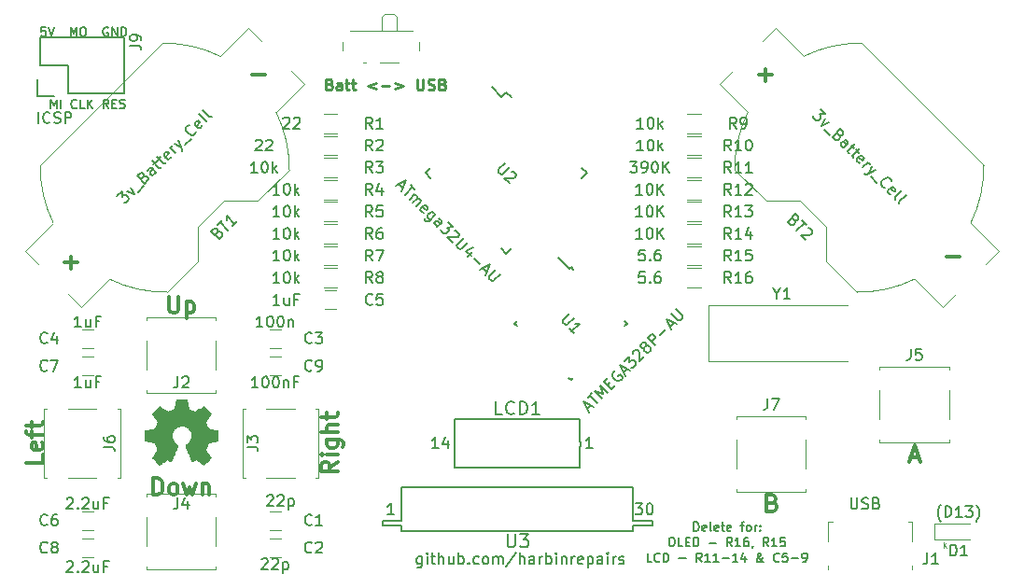
<source format=gbr>
G04 #@! TF.GenerationSoftware,KiCad,Pcbnew,(5.1.0-0)*
G04 #@! TF.CreationDate,2019-05-28T22:45:59-04:00*
G04 #@! TF.ProjectId,Business Card,42757369-6e65-4737-9320-436172642e6b,rev?*
G04 #@! TF.SameCoordinates,Original*
G04 #@! TF.FileFunction,Legend,Top*
G04 #@! TF.FilePolarity,Positive*
%FSLAX46Y46*%
G04 Gerber Fmt 4.6, Leading zero omitted, Abs format (unit mm)*
G04 Created by KiCad (PCBNEW (5.1.0-0)) date 2019-05-28 22:45:59*
%MOMM*%
%LPD*%
G04 APERTURE LIST*
%ADD10C,0.150000*%
%ADD11C,0.125000*%
%ADD12C,0.300000*%
%ADD13C,0.250000*%
%ADD14C,0.200000*%
%ADD15C,0.010000*%
%ADD16C,0.120000*%
G04 APERTURE END LIST*
D10*
X185404761Y-110083333D02*
X185357142Y-110035714D01*
X185261904Y-109892857D01*
X185214285Y-109797619D01*
X185166666Y-109654761D01*
X185119047Y-109416666D01*
X185119047Y-109226190D01*
X185166666Y-108988095D01*
X185214285Y-108845238D01*
X185261904Y-108750000D01*
X185357142Y-108607142D01*
X185404761Y-108559523D01*
X185785714Y-109702380D02*
X185785714Y-108702380D01*
X186023809Y-108702380D01*
X186166666Y-108750000D01*
X186261904Y-108845238D01*
X186309523Y-108940476D01*
X186357142Y-109130952D01*
X186357142Y-109273809D01*
X186309523Y-109464285D01*
X186261904Y-109559523D01*
X186166666Y-109654761D01*
X186023809Y-109702380D01*
X185785714Y-109702380D01*
X187309523Y-109702380D02*
X186738095Y-109702380D01*
X187023809Y-109702380D02*
X187023809Y-108702380D01*
X186928571Y-108845238D01*
X186833333Y-108940476D01*
X186738095Y-108988095D01*
X187642857Y-108702380D02*
X188261904Y-108702380D01*
X187928571Y-109083333D01*
X188071428Y-109083333D01*
X188166666Y-109130952D01*
X188214285Y-109178571D01*
X188261904Y-109273809D01*
X188261904Y-109511904D01*
X188214285Y-109607142D01*
X188166666Y-109654761D01*
X188071428Y-109702380D01*
X187785714Y-109702380D01*
X187690476Y-109654761D01*
X187642857Y-109607142D01*
X188595238Y-110083333D02*
X188642857Y-110035714D01*
X188738095Y-109892857D01*
X188785714Y-109797619D01*
X188833333Y-109654761D01*
X188880952Y-109416666D01*
X188880952Y-109226190D01*
X188833333Y-108988095D01*
X188785714Y-108845238D01*
X188738095Y-108750000D01*
X188642857Y-108607142D01*
X188595238Y-108559523D01*
D11*
X185619047Y-112476190D02*
X185619047Y-111976190D01*
X185904761Y-112476190D02*
X185690476Y-112190476D01*
X185904761Y-111976190D02*
X185619047Y-112261904D01*
D10*
X138321428Y-113285714D02*
X138321428Y-114095238D01*
X138273809Y-114190476D01*
X138226190Y-114238095D01*
X138130952Y-114285714D01*
X137988095Y-114285714D01*
X137892857Y-114238095D01*
X138321428Y-113904761D02*
X138226190Y-113952380D01*
X138035714Y-113952380D01*
X137940476Y-113904761D01*
X137892857Y-113857142D01*
X137845238Y-113761904D01*
X137845238Y-113476190D01*
X137892857Y-113380952D01*
X137940476Y-113333333D01*
X138035714Y-113285714D01*
X138226190Y-113285714D01*
X138321428Y-113333333D01*
X138797619Y-113952380D02*
X138797619Y-113285714D01*
X138797619Y-112952380D02*
X138750000Y-113000000D01*
X138797619Y-113047619D01*
X138845238Y-113000000D01*
X138797619Y-112952380D01*
X138797619Y-113047619D01*
X139130952Y-113285714D02*
X139511904Y-113285714D01*
X139273809Y-112952380D02*
X139273809Y-113809523D01*
X139321428Y-113904761D01*
X139416666Y-113952380D01*
X139511904Y-113952380D01*
X139845238Y-113952380D02*
X139845238Y-112952380D01*
X140273809Y-113952380D02*
X140273809Y-113428571D01*
X140226190Y-113333333D01*
X140130952Y-113285714D01*
X139988095Y-113285714D01*
X139892857Y-113333333D01*
X139845238Y-113380952D01*
X141178571Y-113285714D02*
X141178571Y-113952380D01*
X140750000Y-113285714D02*
X140750000Y-113809523D01*
X140797619Y-113904761D01*
X140892857Y-113952380D01*
X141035714Y-113952380D01*
X141130952Y-113904761D01*
X141178571Y-113857142D01*
X141654761Y-113952380D02*
X141654761Y-112952380D01*
X141654761Y-113333333D02*
X141750000Y-113285714D01*
X141940476Y-113285714D01*
X142035714Y-113333333D01*
X142083333Y-113380952D01*
X142130952Y-113476190D01*
X142130952Y-113761904D01*
X142083333Y-113857142D01*
X142035714Y-113904761D01*
X141940476Y-113952380D01*
X141750000Y-113952380D01*
X141654761Y-113904761D01*
X142559523Y-113857142D02*
X142607142Y-113904761D01*
X142559523Y-113952380D01*
X142511904Y-113904761D01*
X142559523Y-113857142D01*
X142559523Y-113952380D01*
X143464285Y-113904761D02*
X143369047Y-113952380D01*
X143178571Y-113952380D01*
X143083333Y-113904761D01*
X143035714Y-113857142D01*
X142988095Y-113761904D01*
X142988095Y-113476190D01*
X143035714Y-113380952D01*
X143083333Y-113333333D01*
X143178571Y-113285714D01*
X143369047Y-113285714D01*
X143464285Y-113333333D01*
X144035714Y-113952380D02*
X143940476Y-113904761D01*
X143892857Y-113857142D01*
X143845238Y-113761904D01*
X143845238Y-113476190D01*
X143892857Y-113380952D01*
X143940476Y-113333333D01*
X144035714Y-113285714D01*
X144178571Y-113285714D01*
X144273809Y-113333333D01*
X144321428Y-113380952D01*
X144369047Y-113476190D01*
X144369047Y-113761904D01*
X144321428Y-113857142D01*
X144273809Y-113904761D01*
X144178571Y-113952380D01*
X144035714Y-113952380D01*
X144797619Y-113952380D02*
X144797619Y-113285714D01*
X144797619Y-113380952D02*
X144845238Y-113333333D01*
X144940476Y-113285714D01*
X145083333Y-113285714D01*
X145178571Y-113333333D01*
X145226190Y-113428571D01*
X145226190Y-113952380D01*
X145226190Y-113428571D02*
X145273809Y-113333333D01*
X145369047Y-113285714D01*
X145511904Y-113285714D01*
X145607142Y-113333333D01*
X145654761Y-113428571D01*
X145654761Y-113952380D01*
X146845238Y-112904761D02*
X145988095Y-114190476D01*
X147178571Y-113952380D02*
X147178571Y-112952380D01*
X147607142Y-113952380D02*
X147607142Y-113428571D01*
X147559523Y-113333333D01*
X147464285Y-113285714D01*
X147321428Y-113285714D01*
X147226190Y-113333333D01*
X147178571Y-113380952D01*
X148511904Y-113952380D02*
X148511904Y-113428571D01*
X148464285Y-113333333D01*
X148369047Y-113285714D01*
X148178571Y-113285714D01*
X148083333Y-113333333D01*
X148511904Y-113904761D02*
X148416666Y-113952380D01*
X148178571Y-113952380D01*
X148083333Y-113904761D01*
X148035714Y-113809523D01*
X148035714Y-113714285D01*
X148083333Y-113619047D01*
X148178571Y-113571428D01*
X148416666Y-113571428D01*
X148511904Y-113523809D01*
X148988095Y-113952380D02*
X148988095Y-113285714D01*
X148988095Y-113476190D02*
X149035714Y-113380952D01*
X149083333Y-113333333D01*
X149178571Y-113285714D01*
X149273809Y-113285714D01*
X149607142Y-113952380D02*
X149607142Y-112952380D01*
X149607142Y-113333333D02*
X149702380Y-113285714D01*
X149892857Y-113285714D01*
X149988095Y-113333333D01*
X150035714Y-113380952D01*
X150083333Y-113476190D01*
X150083333Y-113761904D01*
X150035714Y-113857142D01*
X149988095Y-113904761D01*
X149892857Y-113952380D01*
X149702380Y-113952380D01*
X149607142Y-113904761D01*
X150511904Y-113952380D02*
X150511904Y-113285714D01*
X150511904Y-112952380D02*
X150464285Y-113000000D01*
X150511904Y-113047619D01*
X150559523Y-113000000D01*
X150511904Y-112952380D01*
X150511904Y-113047619D01*
X150988095Y-113285714D02*
X150988095Y-113952380D01*
X150988095Y-113380952D02*
X151035714Y-113333333D01*
X151130952Y-113285714D01*
X151273809Y-113285714D01*
X151369047Y-113333333D01*
X151416666Y-113428571D01*
X151416666Y-113952380D01*
X151892857Y-113952380D02*
X151892857Y-113285714D01*
X151892857Y-113476190D02*
X151940476Y-113380952D01*
X151988095Y-113333333D01*
X152083333Y-113285714D01*
X152178571Y-113285714D01*
X152892857Y-113904761D02*
X152797619Y-113952380D01*
X152607142Y-113952380D01*
X152511904Y-113904761D01*
X152464285Y-113809523D01*
X152464285Y-113428571D01*
X152511904Y-113333333D01*
X152607142Y-113285714D01*
X152797619Y-113285714D01*
X152892857Y-113333333D01*
X152940476Y-113428571D01*
X152940476Y-113523809D01*
X152464285Y-113619047D01*
X153369047Y-113285714D02*
X153369047Y-114285714D01*
X153369047Y-113333333D02*
X153464285Y-113285714D01*
X153654761Y-113285714D01*
X153750000Y-113333333D01*
X153797619Y-113380952D01*
X153845238Y-113476190D01*
X153845238Y-113761904D01*
X153797619Y-113857142D01*
X153750000Y-113904761D01*
X153654761Y-113952380D01*
X153464285Y-113952380D01*
X153369047Y-113904761D01*
X154702380Y-113952380D02*
X154702380Y-113428571D01*
X154654761Y-113333333D01*
X154559523Y-113285714D01*
X154369047Y-113285714D01*
X154273809Y-113333333D01*
X154702380Y-113904761D02*
X154607142Y-113952380D01*
X154369047Y-113952380D01*
X154273809Y-113904761D01*
X154226190Y-113809523D01*
X154226190Y-113714285D01*
X154273809Y-113619047D01*
X154369047Y-113571428D01*
X154607142Y-113571428D01*
X154702380Y-113523809D01*
X155178571Y-113952380D02*
X155178571Y-113285714D01*
X155178571Y-112952380D02*
X155130952Y-113000000D01*
X155178571Y-113047619D01*
X155226190Y-113000000D01*
X155178571Y-112952380D01*
X155178571Y-113047619D01*
X155654761Y-113952380D02*
X155654761Y-113285714D01*
X155654761Y-113476190D02*
X155702380Y-113380952D01*
X155750000Y-113333333D01*
X155845238Y-113285714D01*
X155940476Y-113285714D01*
X156226190Y-113904761D02*
X156321428Y-113952380D01*
X156511904Y-113952380D01*
X156607142Y-113904761D01*
X156654761Y-113809523D01*
X156654761Y-113761904D01*
X156607142Y-113666666D01*
X156511904Y-113619047D01*
X156369047Y-113619047D01*
X156273809Y-113571428D01*
X156226190Y-113476190D01*
X156226190Y-113428571D01*
X156273809Y-113333333D01*
X156369047Y-113285714D01*
X156511904Y-113285714D01*
X156607142Y-113333333D01*
X157690476Y-108452380D02*
X158309523Y-108452380D01*
X157976190Y-108833333D01*
X158119047Y-108833333D01*
X158214285Y-108880952D01*
X158261904Y-108928571D01*
X158309523Y-109023809D01*
X158309523Y-109261904D01*
X158261904Y-109357142D01*
X158214285Y-109404761D01*
X158119047Y-109452380D01*
X157833333Y-109452380D01*
X157738095Y-109404761D01*
X157690476Y-109357142D01*
X158928571Y-108452380D02*
X159023809Y-108452380D01*
X159119047Y-108500000D01*
X159166666Y-108547619D01*
X159214285Y-108642857D01*
X159261904Y-108833333D01*
X159261904Y-109071428D01*
X159214285Y-109261904D01*
X159166666Y-109357142D01*
X159119047Y-109404761D01*
X159023809Y-109452380D01*
X158928571Y-109452380D01*
X158833333Y-109404761D01*
X158785714Y-109357142D01*
X158738095Y-109261904D01*
X158690476Y-109071428D01*
X158690476Y-108833333D01*
X158738095Y-108642857D01*
X158785714Y-108547619D01*
X158833333Y-108500000D01*
X158928571Y-108452380D01*
X139809523Y-103452380D02*
X139238095Y-103452380D01*
X139523809Y-103452380D02*
X139523809Y-102452380D01*
X139428571Y-102595238D01*
X139333333Y-102690476D01*
X139238095Y-102738095D01*
X140666666Y-102785714D02*
X140666666Y-103452380D01*
X140428571Y-102404761D02*
X140190476Y-103119047D01*
X140809523Y-103119047D01*
X135785714Y-109452380D02*
X135214285Y-109452380D01*
X135500000Y-109452380D02*
X135500000Y-108452380D01*
X135404761Y-108595238D01*
X135309523Y-108690476D01*
X135214285Y-108738095D01*
X153785714Y-103452380D02*
X153214285Y-103452380D01*
X153500000Y-103452380D02*
X153500000Y-102452380D01*
X153404761Y-102595238D01*
X153309523Y-102690476D01*
X153214285Y-102738095D01*
X177238095Y-107952380D02*
X177238095Y-108761904D01*
X177285714Y-108857142D01*
X177333333Y-108904761D01*
X177428571Y-108952380D01*
X177619047Y-108952380D01*
X177714285Y-108904761D01*
X177761904Y-108857142D01*
X177809523Y-108761904D01*
X177809523Y-107952380D01*
X178238095Y-108904761D02*
X178380952Y-108952380D01*
X178619047Y-108952380D01*
X178714285Y-108904761D01*
X178761904Y-108857142D01*
X178809523Y-108761904D01*
X178809523Y-108666666D01*
X178761904Y-108571428D01*
X178714285Y-108523809D01*
X178619047Y-108476190D01*
X178428571Y-108428571D01*
X178333333Y-108380952D01*
X178285714Y-108333333D01*
X178238095Y-108238095D01*
X178238095Y-108142857D01*
X178285714Y-108047619D01*
X178333333Y-108000000D01*
X178428571Y-107952380D01*
X178666666Y-107952380D01*
X178809523Y-108000000D01*
X179571428Y-108428571D02*
X179714285Y-108476190D01*
X179761904Y-108523809D01*
X179809523Y-108619047D01*
X179809523Y-108761904D01*
X179761904Y-108857142D01*
X179714285Y-108904761D01*
X179619047Y-108952380D01*
X179238095Y-108952380D01*
X179238095Y-107952380D01*
X179571428Y-107952380D01*
X179666666Y-108000000D01*
X179714285Y-108047619D01*
X179761904Y-108142857D01*
X179761904Y-108238095D01*
X179714285Y-108333333D01*
X179666666Y-108380952D01*
X179571428Y-108428571D01*
X179238095Y-108428571D01*
X104666666Y-72611904D02*
X104666666Y-71811904D01*
X104933333Y-72383333D01*
X105200000Y-71811904D01*
X105200000Y-72611904D01*
X105580952Y-72611904D02*
X105580952Y-71811904D01*
X107028571Y-72535714D02*
X106990476Y-72573809D01*
X106876190Y-72611904D01*
X106800000Y-72611904D01*
X106685714Y-72573809D01*
X106609523Y-72497619D01*
X106571428Y-72421428D01*
X106533333Y-72269047D01*
X106533333Y-72154761D01*
X106571428Y-72002380D01*
X106609523Y-71926190D01*
X106685714Y-71850000D01*
X106800000Y-71811904D01*
X106876190Y-71811904D01*
X106990476Y-71850000D01*
X107028571Y-71888095D01*
X107752380Y-72611904D02*
X107371428Y-72611904D01*
X107371428Y-71811904D01*
X108019047Y-72611904D02*
X108019047Y-71811904D01*
X108476190Y-72611904D02*
X108133333Y-72154761D01*
X108476190Y-71811904D02*
X108019047Y-72269047D01*
X109885714Y-72611904D02*
X109619047Y-72230952D01*
X109428571Y-72611904D02*
X109428571Y-71811904D01*
X109733333Y-71811904D01*
X109809523Y-71850000D01*
X109847619Y-71888095D01*
X109885714Y-71964285D01*
X109885714Y-72078571D01*
X109847619Y-72154761D01*
X109809523Y-72192857D01*
X109733333Y-72230952D01*
X109428571Y-72230952D01*
X110228571Y-72192857D02*
X110495238Y-72192857D01*
X110609523Y-72611904D02*
X110228571Y-72611904D01*
X110228571Y-71811904D01*
X110609523Y-71811904D01*
X110914285Y-72573809D02*
X111028571Y-72611904D01*
X111219047Y-72611904D01*
X111295238Y-72573809D01*
X111333333Y-72535714D01*
X111371428Y-72459523D01*
X111371428Y-72383333D01*
X111333333Y-72307142D01*
X111295238Y-72269047D01*
X111219047Y-72230952D01*
X111066666Y-72192857D01*
X110990476Y-72154761D01*
X110952380Y-72116666D01*
X110914285Y-72040476D01*
X110914285Y-71964285D01*
X110952380Y-71888095D01*
X110990476Y-71850000D01*
X111066666Y-71811904D01*
X111257142Y-71811904D01*
X111371428Y-71850000D01*
X104168928Y-65261904D02*
X103787976Y-65261904D01*
X103749880Y-65642857D01*
X103787976Y-65604761D01*
X103864166Y-65566666D01*
X104054642Y-65566666D01*
X104130833Y-65604761D01*
X104168928Y-65642857D01*
X104207023Y-65719047D01*
X104207023Y-65909523D01*
X104168928Y-65985714D01*
X104130833Y-66023809D01*
X104054642Y-66061904D01*
X103864166Y-66061904D01*
X103787976Y-66023809D01*
X103749880Y-65985714D01*
X104435595Y-65261904D02*
X104702261Y-66061904D01*
X104968928Y-65261904D01*
X106454642Y-66061904D02*
X106454642Y-65261904D01*
X106721309Y-65833333D01*
X106987976Y-65261904D01*
X106987976Y-66061904D01*
X107521309Y-65261904D02*
X107673690Y-65261904D01*
X107749880Y-65300000D01*
X107826071Y-65376190D01*
X107864166Y-65528571D01*
X107864166Y-65795238D01*
X107826071Y-65947619D01*
X107749880Y-66023809D01*
X107673690Y-66061904D01*
X107521309Y-66061904D01*
X107445119Y-66023809D01*
X107368928Y-65947619D01*
X107330833Y-65795238D01*
X107330833Y-65528571D01*
X107368928Y-65376190D01*
X107445119Y-65300000D01*
X107521309Y-65261904D01*
X109845119Y-65300000D02*
X109768928Y-65261904D01*
X109654642Y-65261904D01*
X109540357Y-65300000D01*
X109464166Y-65376190D01*
X109426071Y-65452380D01*
X109387976Y-65604761D01*
X109387976Y-65719047D01*
X109426071Y-65871428D01*
X109464166Y-65947619D01*
X109540357Y-66023809D01*
X109654642Y-66061904D01*
X109730833Y-66061904D01*
X109845119Y-66023809D01*
X109883214Y-65985714D01*
X109883214Y-65719047D01*
X109730833Y-65719047D01*
X110226071Y-66061904D02*
X110226071Y-65261904D01*
X110683214Y-66061904D01*
X110683214Y-65261904D01*
X111064166Y-66061904D02*
X111064166Y-65261904D01*
X111254642Y-65261904D01*
X111368928Y-65300000D01*
X111445119Y-65376190D01*
X111483214Y-65452380D01*
X111521309Y-65604761D01*
X111521309Y-65719047D01*
X111483214Y-65871428D01*
X111445119Y-65947619D01*
X111368928Y-66023809D01*
X111254642Y-66061904D01*
X111064166Y-66061904D01*
D12*
X105928571Y-86607142D02*
X107071428Y-86607142D01*
X106500000Y-87178571D02*
X106500000Y-86035714D01*
X122928571Y-69607142D02*
X124071428Y-69607142D01*
X168928571Y-69607142D02*
X170071428Y-69607142D01*
X169500000Y-70178571D02*
X169500000Y-69035714D01*
X185928571Y-86107142D02*
X187071428Y-86107142D01*
D13*
X129928571Y-70428571D02*
X130071428Y-70476190D01*
X130119047Y-70523809D01*
X130166666Y-70619047D01*
X130166666Y-70761904D01*
X130119047Y-70857142D01*
X130071428Y-70904761D01*
X129976190Y-70952380D01*
X129595238Y-70952380D01*
X129595238Y-69952380D01*
X129928571Y-69952380D01*
X130023809Y-70000000D01*
X130071428Y-70047619D01*
X130119047Y-70142857D01*
X130119047Y-70238095D01*
X130071428Y-70333333D01*
X130023809Y-70380952D01*
X129928571Y-70428571D01*
X129595238Y-70428571D01*
X131023809Y-70952380D02*
X131023809Y-70428571D01*
X130976190Y-70333333D01*
X130880952Y-70285714D01*
X130690476Y-70285714D01*
X130595238Y-70333333D01*
X131023809Y-70904761D02*
X130928571Y-70952380D01*
X130690476Y-70952380D01*
X130595238Y-70904761D01*
X130547619Y-70809523D01*
X130547619Y-70714285D01*
X130595238Y-70619047D01*
X130690476Y-70571428D01*
X130928571Y-70571428D01*
X131023809Y-70523809D01*
X131357142Y-70285714D02*
X131738095Y-70285714D01*
X131500000Y-69952380D02*
X131500000Y-70809523D01*
X131547619Y-70904761D01*
X131642857Y-70952380D01*
X131738095Y-70952380D01*
X131928571Y-70285714D02*
X132309523Y-70285714D01*
X132071428Y-69952380D02*
X132071428Y-70809523D01*
X132119047Y-70904761D01*
X132214285Y-70952380D01*
X132309523Y-70952380D01*
X134166666Y-70285714D02*
X133404761Y-70571428D01*
X134166666Y-70857142D01*
X134642857Y-70571428D02*
X135404761Y-70571428D01*
X135880952Y-70285714D02*
X136642857Y-70571428D01*
X135880952Y-70857142D01*
X137880952Y-69952380D02*
X137880952Y-70761904D01*
X137928571Y-70857142D01*
X137976190Y-70904761D01*
X138071428Y-70952380D01*
X138261904Y-70952380D01*
X138357142Y-70904761D01*
X138404761Y-70857142D01*
X138452380Y-70761904D01*
X138452380Y-69952380D01*
X138880952Y-70904761D02*
X139023809Y-70952380D01*
X139261904Y-70952380D01*
X139357142Y-70904761D01*
X139404761Y-70857142D01*
X139452380Y-70761904D01*
X139452380Y-70666666D01*
X139404761Y-70571428D01*
X139357142Y-70523809D01*
X139261904Y-70476190D01*
X139071428Y-70428571D01*
X138976190Y-70380952D01*
X138928571Y-70333333D01*
X138880952Y-70238095D01*
X138880952Y-70142857D01*
X138928571Y-70047619D01*
X138976190Y-70000000D01*
X139071428Y-69952380D01*
X139309523Y-69952380D01*
X139452380Y-70000000D01*
X140214285Y-70428571D02*
X140357142Y-70476190D01*
X140404761Y-70523809D01*
X140452380Y-70619047D01*
X140452380Y-70761904D01*
X140404761Y-70857142D01*
X140357142Y-70904761D01*
X140261904Y-70952380D01*
X139880952Y-70952380D01*
X139880952Y-69952380D01*
X140214285Y-69952380D01*
X140309523Y-70000000D01*
X140357142Y-70047619D01*
X140404761Y-70142857D01*
X140404761Y-70238095D01*
X140357142Y-70333333D01*
X140309523Y-70380952D01*
X140214285Y-70428571D01*
X139880952Y-70428571D01*
D14*
X162990476Y-110961904D02*
X162990476Y-110161904D01*
X163180952Y-110161904D01*
X163295238Y-110200000D01*
X163371428Y-110276190D01*
X163409523Y-110352380D01*
X163447619Y-110504761D01*
X163447619Y-110619047D01*
X163409523Y-110771428D01*
X163371428Y-110847619D01*
X163295238Y-110923809D01*
X163180952Y-110961904D01*
X162990476Y-110961904D01*
X164095238Y-110923809D02*
X164019047Y-110961904D01*
X163866666Y-110961904D01*
X163790476Y-110923809D01*
X163752380Y-110847619D01*
X163752380Y-110542857D01*
X163790476Y-110466666D01*
X163866666Y-110428571D01*
X164019047Y-110428571D01*
X164095238Y-110466666D01*
X164133333Y-110542857D01*
X164133333Y-110619047D01*
X163752380Y-110695238D01*
X164590476Y-110961904D02*
X164514285Y-110923809D01*
X164476190Y-110847619D01*
X164476190Y-110161904D01*
X165200000Y-110923809D02*
X165123809Y-110961904D01*
X164971428Y-110961904D01*
X164895238Y-110923809D01*
X164857142Y-110847619D01*
X164857142Y-110542857D01*
X164895238Y-110466666D01*
X164971428Y-110428571D01*
X165123809Y-110428571D01*
X165200000Y-110466666D01*
X165238095Y-110542857D01*
X165238095Y-110619047D01*
X164857142Y-110695238D01*
X165466666Y-110428571D02*
X165771428Y-110428571D01*
X165580952Y-110161904D02*
X165580952Y-110847619D01*
X165619047Y-110923809D01*
X165695238Y-110961904D01*
X165771428Y-110961904D01*
X166342857Y-110923809D02*
X166266666Y-110961904D01*
X166114285Y-110961904D01*
X166038095Y-110923809D01*
X166000000Y-110847619D01*
X166000000Y-110542857D01*
X166038095Y-110466666D01*
X166114285Y-110428571D01*
X166266666Y-110428571D01*
X166342857Y-110466666D01*
X166380952Y-110542857D01*
X166380952Y-110619047D01*
X166000000Y-110695238D01*
X167219047Y-110428571D02*
X167523809Y-110428571D01*
X167333333Y-110961904D02*
X167333333Y-110276190D01*
X167371428Y-110200000D01*
X167447619Y-110161904D01*
X167523809Y-110161904D01*
X167904761Y-110961904D02*
X167828571Y-110923809D01*
X167790476Y-110885714D01*
X167752380Y-110809523D01*
X167752380Y-110580952D01*
X167790476Y-110504761D01*
X167828571Y-110466666D01*
X167904761Y-110428571D01*
X168019047Y-110428571D01*
X168095238Y-110466666D01*
X168133333Y-110504761D01*
X168171428Y-110580952D01*
X168171428Y-110809523D01*
X168133333Y-110885714D01*
X168095238Y-110923809D01*
X168019047Y-110961904D01*
X167904761Y-110961904D01*
X168514285Y-110961904D02*
X168514285Y-110428571D01*
X168514285Y-110580952D02*
X168552380Y-110504761D01*
X168590476Y-110466666D01*
X168666666Y-110428571D01*
X168742857Y-110428571D01*
X169009523Y-110885714D02*
X169047619Y-110923809D01*
X169009523Y-110961904D01*
X168971428Y-110923809D01*
X169009523Y-110885714D01*
X169009523Y-110961904D01*
X169009523Y-110466666D02*
X169047619Y-110504761D01*
X169009523Y-110542857D01*
X168971428Y-110504761D01*
X169009523Y-110466666D01*
X169009523Y-110542857D01*
X160914285Y-111561904D02*
X161066666Y-111561904D01*
X161142857Y-111600000D01*
X161219047Y-111676190D01*
X161257142Y-111828571D01*
X161257142Y-112095238D01*
X161219047Y-112247619D01*
X161142857Y-112323809D01*
X161066666Y-112361904D01*
X160914285Y-112361904D01*
X160838095Y-112323809D01*
X160761904Y-112247619D01*
X160723809Y-112095238D01*
X160723809Y-111828571D01*
X160761904Y-111676190D01*
X160838095Y-111600000D01*
X160914285Y-111561904D01*
X161980952Y-112361904D02*
X161600000Y-112361904D01*
X161600000Y-111561904D01*
X162247619Y-111942857D02*
X162514285Y-111942857D01*
X162628571Y-112361904D02*
X162247619Y-112361904D01*
X162247619Y-111561904D01*
X162628571Y-111561904D01*
X162971428Y-112361904D02*
X162971428Y-111561904D01*
X163161904Y-111561904D01*
X163276190Y-111600000D01*
X163352380Y-111676190D01*
X163390476Y-111752380D01*
X163428571Y-111904761D01*
X163428571Y-112019047D01*
X163390476Y-112171428D01*
X163352380Y-112247619D01*
X163276190Y-112323809D01*
X163161904Y-112361904D01*
X162971428Y-112361904D01*
X164380952Y-112057142D02*
X164990476Y-112057142D01*
X166438095Y-112361904D02*
X166171428Y-111980952D01*
X165980952Y-112361904D02*
X165980952Y-111561904D01*
X166285714Y-111561904D01*
X166361904Y-111600000D01*
X166400000Y-111638095D01*
X166438095Y-111714285D01*
X166438095Y-111828571D01*
X166400000Y-111904761D01*
X166361904Y-111942857D01*
X166285714Y-111980952D01*
X165980952Y-111980952D01*
X167200000Y-112361904D02*
X166742857Y-112361904D01*
X166971428Y-112361904D02*
X166971428Y-111561904D01*
X166895238Y-111676190D01*
X166819047Y-111752380D01*
X166742857Y-111790476D01*
X167885714Y-111561904D02*
X167733333Y-111561904D01*
X167657142Y-111600000D01*
X167619047Y-111638095D01*
X167542857Y-111752380D01*
X167504761Y-111904761D01*
X167504761Y-112209523D01*
X167542857Y-112285714D01*
X167580952Y-112323809D01*
X167657142Y-112361904D01*
X167809523Y-112361904D01*
X167885714Y-112323809D01*
X167923809Y-112285714D01*
X167961904Y-112209523D01*
X167961904Y-112019047D01*
X167923809Y-111942857D01*
X167885714Y-111904761D01*
X167809523Y-111866666D01*
X167657142Y-111866666D01*
X167580952Y-111904761D01*
X167542857Y-111942857D01*
X167504761Y-112019047D01*
X168342857Y-112323809D02*
X168342857Y-112361904D01*
X168304761Y-112438095D01*
X168266666Y-112476190D01*
X169752380Y-112361904D02*
X169485714Y-111980952D01*
X169295238Y-112361904D02*
X169295238Y-111561904D01*
X169600000Y-111561904D01*
X169676190Y-111600000D01*
X169714285Y-111638095D01*
X169752380Y-111714285D01*
X169752380Y-111828571D01*
X169714285Y-111904761D01*
X169676190Y-111942857D01*
X169600000Y-111980952D01*
X169295238Y-111980952D01*
X170514285Y-112361904D02*
X170057142Y-112361904D01*
X170285714Y-112361904D02*
X170285714Y-111561904D01*
X170209523Y-111676190D01*
X170133333Y-111752380D01*
X170057142Y-111790476D01*
X171238095Y-111561904D02*
X170857142Y-111561904D01*
X170819047Y-111942857D01*
X170857142Y-111904761D01*
X170933333Y-111866666D01*
X171123809Y-111866666D01*
X171200000Y-111904761D01*
X171238095Y-111942857D01*
X171276190Y-112019047D01*
X171276190Y-112209523D01*
X171238095Y-112285714D01*
X171200000Y-112323809D01*
X171123809Y-112361904D01*
X170933333Y-112361904D01*
X170857142Y-112323809D01*
X170819047Y-112285714D01*
X159161904Y-113761904D02*
X158780952Y-113761904D01*
X158780952Y-112961904D01*
X159885714Y-113685714D02*
X159847619Y-113723809D01*
X159733333Y-113761904D01*
X159657142Y-113761904D01*
X159542857Y-113723809D01*
X159466666Y-113647619D01*
X159428571Y-113571428D01*
X159390476Y-113419047D01*
X159390476Y-113304761D01*
X159428571Y-113152380D01*
X159466666Y-113076190D01*
X159542857Y-113000000D01*
X159657142Y-112961904D01*
X159733333Y-112961904D01*
X159847619Y-113000000D01*
X159885714Y-113038095D01*
X160228571Y-113761904D02*
X160228571Y-112961904D01*
X160419047Y-112961904D01*
X160533333Y-113000000D01*
X160609523Y-113076190D01*
X160647619Y-113152380D01*
X160685714Y-113304761D01*
X160685714Y-113419047D01*
X160647619Y-113571428D01*
X160609523Y-113647619D01*
X160533333Y-113723809D01*
X160419047Y-113761904D01*
X160228571Y-113761904D01*
X161638095Y-113457142D02*
X162247619Y-113457142D01*
X163695238Y-113761904D02*
X163428571Y-113380952D01*
X163238095Y-113761904D02*
X163238095Y-112961904D01*
X163542857Y-112961904D01*
X163619047Y-113000000D01*
X163657142Y-113038095D01*
X163695238Y-113114285D01*
X163695238Y-113228571D01*
X163657142Y-113304761D01*
X163619047Y-113342857D01*
X163542857Y-113380952D01*
X163238095Y-113380952D01*
X164457142Y-113761904D02*
X164000000Y-113761904D01*
X164228571Y-113761904D02*
X164228571Y-112961904D01*
X164152380Y-113076190D01*
X164076190Y-113152380D01*
X164000000Y-113190476D01*
X165219047Y-113761904D02*
X164761904Y-113761904D01*
X164990476Y-113761904D02*
X164990476Y-112961904D01*
X164914285Y-113076190D01*
X164838095Y-113152380D01*
X164761904Y-113190476D01*
X165561904Y-113457142D02*
X166171428Y-113457142D01*
X166971428Y-113761904D02*
X166514285Y-113761904D01*
X166742857Y-113761904D02*
X166742857Y-112961904D01*
X166666666Y-113076190D01*
X166590476Y-113152380D01*
X166514285Y-113190476D01*
X167657142Y-113228571D02*
X167657142Y-113761904D01*
X167466666Y-112923809D02*
X167276190Y-113495238D01*
X167771428Y-113495238D01*
X169333333Y-113761904D02*
X169295238Y-113761904D01*
X169219047Y-113723809D01*
X169104761Y-113609523D01*
X168914285Y-113380952D01*
X168838095Y-113266666D01*
X168800000Y-113152380D01*
X168800000Y-113076190D01*
X168838095Y-113000000D01*
X168914285Y-112961904D01*
X168952380Y-112961904D01*
X169028571Y-113000000D01*
X169066666Y-113076190D01*
X169066666Y-113114285D01*
X169028571Y-113190476D01*
X168990476Y-113228571D01*
X168761904Y-113380952D01*
X168723809Y-113419047D01*
X168685714Y-113495238D01*
X168685714Y-113609523D01*
X168723809Y-113685714D01*
X168761904Y-113723809D01*
X168838095Y-113761904D01*
X168952380Y-113761904D01*
X169028571Y-113723809D01*
X169066666Y-113685714D01*
X169180952Y-113533333D01*
X169219047Y-113419047D01*
X169219047Y-113342857D01*
X170742857Y-113685714D02*
X170704761Y-113723809D01*
X170590476Y-113761904D01*
X170514285Y-113761904D01*
X170400000Y-113723809D01*
X170323809Y-113647619D01*
X170285714Y-113571428D01*
X170247619Y-113419047D01*
X170247619Y-113304761D01*
X170285714Y-113152380D01*
X170323809Y-113076190D01*
X170400000Y-113000000D01*
X170514285Y-112961904D01*
X170590476Y-112961904D01*
X170704761Y-113000000D01*
X170742857Y-113038095D01*
X171466666Y-112961904D02*
X171085714Y-112961904D01*
X171047619Y-113342857D01*
X171085714Y-113304761D01*
X171161904Y-113266666D01*
X171352380Y-113266666D01*
X171428571Y-113304761D01*
X171466666Y-113342857D01*
X171504761Y-113419047D01*
X171504761Y-113609523D01*
X171466666Y-113685714D01*
X171428571Y-113723809D01*
X171352380Y-113761904D01*
X171161904Y-113761904D01*
X171085714Y-113723809D01*
X171047619Y-113685714D01*
X171847619Y-113457142D02*
X172457142Y-113457142D01*
X172876190Y-113761904D02*
X173028571Y-113761904D01*
X173104761Y-113723809D01*
X173142857Y-113685714D01*
X173219047Y-113571428D01*
X173257142Y-113419047D01*
X173257142Y-113114285D01*
X173219047Y-113038095D01*
X173180952Y-113000000D01*
X173104761Y-112961904D01*
X172952380Y-112961904D01*
X172876190Y-113000000D01*
X172838095Y-113038095D01*
X172800000Y-113114285D01*
X172800000Y-113304761D01*
X172838095Y-113380952D01*
X172876190Y-113419047D01*
X172952380Y-113457142D01*
X173104761Y-113457142D01*
X173180952Y-113419047D01*
X173219047Y-113380952D01*
X173257142Y-113304761D01*
D15*
G36*
X117055814Y-99468931D02*
G01*
X117139635Y-99913555D01*
X117448920Y-100041053D01*
X117758206Y-100168551D01*
X118129246Y-99916246D01*
X118233157Y-99845996D01*
X118327087Y-99783272D01*
X118406652Y-99730938D01*
X118467470Y-99691857D01*
X118505157Y-99668893D01*
X118515421Y-99663942D01*
X118533910Y-99676676D01*
X118573420Y-99711882D01*
X118629522Y-99765062D01*
X118697787Y-99831718D01*
X118773786Y-99907354D01*
X118853092Y-99987472D01*
X118931275Y-100067574D01*
X119003907Y-100143164D01*
X119066559Y-100209745D01*
X119114803Y-100262818D01*
X119144210Y-100297887D01*
X119151241Y-100309623D01*
X119141123Y-100331260D01*
X119112759Y-100378662D01*
X119069129Y-100447193D01*
X119013218Y-100532215D01*
X118948006Y-100629093D01*
X118910219Y-100684350D01*
X118841343Y-100785248D01*
X118780140Y-100876299D01*
X118729578Y-100952970D01*
X118692628Y-101010728D01*
X118672258Y-101045043D01*
X118669197Y-101052254D01*
X118676136Y-101072748D01*
X118695051Y-101120513D01*
X118723087Y-101188832D01*
X118757391Y-101270989D01*
X118795109Y-101360270D01*
X118833387Y-101449958D01*
X118869370Y-101533338D01*
X118900206Y-101603694D01*
X118923039Y-101654310D01*
X118935017Y-101678471D01*
X118935724Y-101679422D01*
X118954531Y-101684036D01*
X119004618Y-101694328D01*
X119080793Y-101709287D01*
X119177865Y-101727901D01*
X119290643Y-101749159D01*
X119356442Y-101761418D01*
X119476950Y-101784362D01*
X119585797Y-101806195D01*
X119677476Y-101825722D01*
X119746481Y-101841748D01*
X119787304Y-101853079D01*
X119795511Y-101856674D01*
X119803548Y-101881006D01*
X119810033Y-101935959D01*
X119814970Y-102015108D01*
X119818364Y-102112026D01*
X119820218Y-102220287D01*
X119820538Y-102333465D01*
X119819327Y-102445135D01*
X119816590Y-102548868D01*
X119812331Y-102638241D01*
X119806555Y-102706826D01*
X119799267Y-102748197D01*
X119794895Y-102756810D01*
X119768764Y-102767133D01*
X119713393Y-102781892D01*
X119636107Y-102799352D01*
X119544230Y-102817780D01*
X119512158Y-102823741D01*
X119357524Y-102852066D01*
X119235375Y-102874876D01*
X119141673Y-102893080D01*
X119072384Y-102907583D01*
X119023471Y-102919292D01*
X118990897Y-102929115D01*
X118970628Y-102937956D01*
X118958626Y-102946724D01*
X118956947Y-102948457D01*
X118940184Y-102976371D01*
X118914614Y-103030695D01*
X118882788Y-103104777D01*
X118847260Y-103191965D01*
X118810583Y-103285608D01*
X118775311Y-103379052D01*
X118743996Y-103465647D01*
X118719193Y-103538740D01*
X118703454Y-103591678D01*
X118699332Y-103617811D01*
X118699676Y-103618726D01*
X118713641Y-103640086D01*
X118745322Y-103687084D01*
X118791391Y-103754827D01*
X118848518Y-103838423D01*
X118913373Y-103932982D01*
X118931843Y-103959854D01*
X118997699Y-104057275D01*
X119055650Y-104146163D01*
X119102538Y-104221412D01*
X119135207Y-104277920D01*
X119150500Y-104310581D01*
X119151241Y-104314593D01*
X119138392Y-104335684D01*
X119102888Y-104377464D01*
X119049293Y-104435445D01*
X118982171Y-104505135D01*
X118906087Y-104582045D01*
X118825604Y-104661683D01*
X118745287Y-104739561D01*
X118669699Y-104811186D01*
X118603405Y-104872070D01*
X118550969Y-104917721D01*
X118516955Y-104943650D01*
X118507545Y-104947883D01*
X118485643Y-104937912D01*
X118440800Y-104911020D01*
X118380321Y-104871736D01*
X118333789Y-104840117D01*
X118249475Y-104782098D01*
X118149626Y-104713784D01*
X118049473Y-104645579D01*
X117995627Y-104609075D01*
X117813371Y-104485800D01*
X117660381Y-104568520D01*
X117590682Y-104604759D01*
X117531414Y-104632926D01*
X117491311Y-104648991D01*
X117481103Y-104651226D01*
X117468829Y-104634722D01*
X117444613Y-104588082D01*
X117410263Y-104515609D01*
X117367588Y-104421606D01*
X117318394Y-104310374D01*
X117264490Y-104186215D01*
X117207684Y-104053432D01*
X117149782Y-103916327D01*
X117092593Y-103779202D01*
X117037924Y-103646358D01*
X116987584Y-103522098D01*
X116943380Y-103410725D01*
X116907119Y-103316539D01*
X116880609Y-103243844D01*
X116865658Y-103196941D01*
X116863254Y-103180833D01*
X116882311Y-103160286D01*
X116924036Y-103126933D01*
X116979706Y-103087702D01*
X116984378Y-103084599D01*
X117128264Y-102969423D01*
X117244283Y-102835053D01*
X117331430Y-102685784D01*
X117388699Y-102525913D01*
X117415086Y-102359737D01*
X117409585Y-102191552D01*
X117371190Y-102025655D01*
X117298895Y-101866342D01*
X117277626Y-101831487D01*
X117166996Y-101690737D01*
X117036302Y-101577714D01*
X116890064Y-101493003D01*
X116732808Y-101437194D01*
X116569057Y-101410874D01*
X116403333Y-101414630D01*
X116240162Y-101449050D01*
X116084065Y-101514723D01*
X115939567Y-101612235D01*
X115894869Y-101651813D01*
X115781112Y-101775703D01*
X115698218Y-101906124D01*
X115641356Y-102052315D01*
X115609687Y-102197088D01*
X115601869Y-102359860D01*
X115627938Y-102523440D01*
X115685245Y-102682298D01*
X115771144Y-102830906D01*
X115882986Y-102963735D01*
X116018123Y-103075256D01*
X116035883Y-103087011D01*
X116092150Y-103125508D01*
X116134923Y-103158863D01*
X116155372Y-103180160D01*
X116155669Y-103180833D01*
X116151279Y-103203871D01*
X116133876Y-103256157D01*
X116105268Y-103333390D01*
X116067265Y-103431268D01*
X116021674Y-103545491D01*
X115970303Y-103671758D01*
X115914962Y-103805767D01*
X115857458Y-103943218D01*
X115799601Y-104079808D01*
X115743198Y-104211237D01*
X115690058Y-104333205D01*
X115641990Y-104441409D01*
X115600801Y-104531549D01*
X115568301Y-104599323D01*
X115546297Y-104640430D01*
X115537436Y-104651226D01*
X115510360Y-104642819D01*
X115459697Y-104620272D01*
X115394183Y-104587613D01*
X115358159Y-104568520D01*
X115205168Y-104485800D01*
X115022912Y-104609075D01*
X114929875Y-104672228D01*
X114828015Y-104741727D01*
X114732562Y-104807165D01*
X114684750Y-104840117D01*
X114617505Y-104885273D01*
X114560564Y-104921057D01*
X114521354Y-104942938D01*
X114508619Y-104947563D01*
X114490083Y-104935085D01*
X114449059Y-104900252D01*
X114389525Y-104846678D01*
X114315458Y-104777983D01*
X114230835Y-104697781D01*
X114177315Y-104646286D01*
X114083681Y-104554286D01*
X114002759Y-104471999D01*
X113937823Y-104402945D01*
X113892142Y-104350644D01*
X113868989Y-104318616D01*
X113866768Y-104312116D01*
X113877076Y-104287394D01*
X113905561Y-104237405D01*
X113949063Y-104167212D01*
X114004423Y-104081875D01*
X114068480Y-103986456D01*
X114086697Y-103959854D01*
X114153073Y-103863167D01*
X114212622Y-103776117D01*
X114262016Y-103703595D01*
X114297925Y-103650493D01*
X114317019Y-103621703D01*
X114318864Y-103618726D01*
X114316105Y-103595782D01*
X114301462Y-103545336D01*
X114277487Y-103474041D01*
X114246734Y-103388547D01*
X114211756Y-103295507D01*
X114175107Y-103201574D01*
X114139339Y-103113399D01*
X114107006Y-103037634D01*
X114080662Y-102980931D01*
X114062858Y-102949943D01*
X114061593Y-102948457D01*
X114050706Y-102939601D01*
X114032318Y-102930843D01*
X114002394Y-102921277D01*
X113956897Y-102909996D01*
X113891791Y-102896093D01*
X113803039Y-102878663D01*
X113686607Y-102856798D01*
X113538458Y-102829591D01*
X113506382Y-102823741D01*
X113411314Y-102805374D01*
X113328435Y-102787405D01*
X113265070Y-102771569D01*
X113228542Y-102759600D01*
X113223644Y-102756810D01*
X113215573Y-102732072D01*
X113209013Y-102676790D01*
X113203967Y-102597389D01*
X113200441Y-102500296D01*
X113198439Y-102391938D01*
X113197964Y-102278740D01*
X113199023Y-102167128D01*
X113201618Y-102063529D01*
X113205754Y-101974368D01*
X113211437Y-101906072D01*
X113218669Y-101865066D01*
X113223029Y-101856674D01*
X113247302Y-101848208D01*
X113302574Y-101834435D01*
X113383338Y-101816550D01*
X113484088Y-101795748D01*
X113599317Y-101773223D01*
X113662098Y-101761418D01*
X113781213Y-101739151D01*
X113887435Y-101718979D01*
X113975573Y-101701915D01*
X114040434Y-101688969D01*
X114076826Y-101681155D01*
X114082816Y-101679422D01*
X114092939Y-101659890D01*
X114114338Y-101612843D01*
X114144161Y-101545003D01*
X114179555Y-101463091D01*
X114217668Y-101373828D01*
X114255647Y-101283935D01*
X114290640Y-101200135D01*
X114319794Y-101129147D01*
X114340257Y-101077694D01*
X114349177Y-101052497D01*
X114349343Y-101051396D01*
X114339231Y-101031519D01*
X114310883Y-100985777D01*
X114267277Y-100918717D01*
X114211394Y-100834884D01*
X114146213Y-100738826D01*
X114108321Y-100683650D01*
X114039275Y-100582481D01*
X113977950Y-100490630D01*
X113927337Y-100412744D01*
X113890429Y-100353469D01*
X113870218Y-100317451D01*
X113867299Y-100309377D01*
X113879847Y-100290584D01*
X113914537Y-100250457D01*
X113966937Y-100193493D01*
X114032616Y-100124185D01*
X114107144Y-100047031D01*
X114186087Y-99966525D01*
X114265017Y-99887163D01*
X114339500Y-99813440D01*
X114405106Y-99749852D01*
X114457404Y-99700894D01*
X114491961Y-99671061D01*
X114503522Y-99663942D01*
X114522346Y-99673953D01*
X114567369Y-99702078D01*
X114634213Y-99745454D01*
X114718501Y-99801218D01*
X114815856Y-99866506D01*
X114889293Y-99916246D01*
X115260333Y-100168551D01*
X115878905Y-99913555D01*
X115962725Y-99468931D01*
X116046546Y-99024307D01*
X116971994Y-99024307D01*
X117055814Y-99468931D01*
X117055814Y-99468931D01*
G37*
X117055814Y-99468931D02*
X117139635Y-99913555D01*
X117448920Y-100041053D01*
X117758206Y-100168551D01*
X118129246Y-99916246D01*
X118233157Y-99845996D01*
X118327087Y-99783272D01*
X118406652Y-99730938D01*
X118467470Y-99691857D01*
X118505157Y-99668893D01*
X118515421Y-99663942D01*
X118533910Y-99676676D01*
X118573420Y-99711882D01*
X118629522Y-99765062D01*
X118697787Y-99831718D01*
X118773786Y-99907354D01*
X118853092Y-99987472D01*
X118931275Y-100067574D01*
X119003907Y-100143164D01*
X119066559Y-100209745D01*
X119114803Y-100262818D01*
X119144210Y-100297887D01*
X119151241Y-100309623D01*
X119141123Y-100331260D01*
X119112759Y-100378662D01*
X119069129Y-100447193D01*
X119013218Y-100532215D01*
X118948006Y-100629093D01*
X118910219Y-100684350D01*
X118841343Y-100785248D01*
X118780140Y-100876299D01*
X118729578Y-100952970D01*
X118692628Y-101010728D01*
X118672258Y-101045043D01*
X118669197Y-101052254D01*
X118676136Y-101072748D01*
X118695051Y-101120513D01*
X118723087Y-101188832D01*
X118757391Y-101270989D01*
X118795109Y-101360270D01*
X118833387Y-101449958D01*
X118869370Y-101533338D01*
X118900206Y-101603694D01*
X118923039Y-101654310D01*
X118935017Y-101678471D01*
X118935724Y-101679422D01*
X118954531Y-101684036D01*
X119004618Y-101694328D01*
X119080793Y-101709287D01*
X119177865Y-101727901D01*
X119290643Y-101749159D01*
X119356442Y-101761418D01*
X119476950Y-101784362D01*
X119585797Y-101806195D01*
X119677476Y-101825722D01*
X119746481Y-101841748D01*
X119787304Y-101853079D01*
X119795511Y-101856674D01*
X119803548Y-101881006D01*
X119810033Y-101935959D01*
X119814970Y-102015108D01*
X119818364Y-102112026D01*
X119820218Y-102220287D01*
X119820538Y-102333465D01*
X119819327Y-102445135D01*
X119816590Y-102548868D01*
X119812331Y-102638241D01*
X119806555Y-102706826D01*
X119799267Y-102748197D01*
X119794895Y-102756810D01*
X119768764Y-102767133D01*
X119713393Y-102781892D01*
X119636107Y-102799352D01*
X119544230Y-102817780D01*
X119512158Y-102823741D01*
X119357524Y-102852066D01*
X119235375Y-102874876D01*
X119141673Y-102893080D01*
X119072384Y-102907583D01*
X119023471Y-102919292D01*
X118990897Y-102929115D01*
X118970628Y-102937956D01*
X118958626Y-102946724D01*
X118956947Y-102948457D01*
X118940184Y-102976371D01*
X118914614Y-103030695D01*
X118882788Y-103104777D01*
X118847260Y-103191965D01*
X118810583Y-103285608D01*
X118775311Y-103379052D01*
X118743996Y-103465647D01*
X118719193Y-103538740D01*
X118703454Y-103591678D01*
X118699332Y-103617811D01*
X118699676Y-103618726D01*
X118713641Y-103640086D01*
X118745322Y-103687084D01*
X118791391Y-103754827D01*
X118848518Y-103838423D01*
X118913373Y-103932982D01*
X118931843Y-103959854D01*
X118997699Y-104057275D01*
X119055650Y-104146163D01*
X119102538Y-104221412D01*
X119135207Y-104277920D01*
X119150500Y-104310581D01*
X119151241Y-104314593D01*
X119138392Y-104335684D01*
X119102888Y-104377464D01*
X119049293Y-104435445D01*
X118982171Y-104505135D01*
X118906087Y-104582045D01*
X118825604Y-104661683D01*
X118745287Y-104739561D01*
X118669699Y-104811186D01*
X118603405Y-104872070D01*
X118550969Y-104917721D01*
X118516955Y-104943650D01*
X118507545Y-104947883D01*
X118485643Y-104937912D01*
X118440800Y-104911020D01*
X118380321Y-104871736D01*
X118333789Y-104840117D01*
X118249475Y-104782098D01*
X118149626Y-104713784D01*
X118049473Y-104645579D01*
X117995627Y-104609075D01*
X117813371Y-104485800D01*
X117660381Y-104568520D01*
X117590682Y-104604759D01*
X117531414Y-104632926D01*
X117491311Y-104648991D01*
X117481103Y-104651226D01*
X117468829Y-104634722D01*
X117444613Y-104588082D01*
X117410263Y-104515609D01*
X117367588Y-104421606D01*
X117318394Y-104310374D01*
X117264490Y-104186215D01*
X117207684Y-104053432D01*
X117149782Y-103916327D01*
X117092593Y-103779202D01*
X117037924Y-103646358D01*
X116987584Y-103522098D01*
X116943380Y-103410725D01*
X116907119Y-103316539D01*
X116880609Y-103243844D01*
X116865658Y-103196941D01*
X116863254Y-103180833D01*
X116882311Y-103160286D01*
X116924036Y-103126933D01*
X116979706Y-103087702D01*
X116984378Y-103084599D01*
X117128264Y-102969423D01*
X117244283Y-102835053D01*
X117331430Y-102685784D01*
X117388699Y-102525913D01*
X117415086Y-102359737D01*
X117409585Y-102191552D01*
X117371190Y-102025655D01*
X117298895Y-101866342D01*
X117277626Y-101831487D01*
X117166996Y-101690737D01*
X117036302Y-101577714D01*
X116890064Y-101493003D01*
X116732808Y-101437194D01*
X116569057Y-101410874D01*
X116403333Y-101414630D01*
X116240162Y-101449050D01*
X116084065Y-101514723D01*
X115939567Y-101612235D01*
X115894869Y-101651813D01*
X115781112Y-101775703D01*
X115698218Y-101906124D01*
X115641356Y-102052315D01*
X115609687Y-102197088D01*
X115601869Y-102359860D01*
X115627938Y-102523440D01*
X115685245Y-102682298D01*
X115771144Y-102830906D01*
X115882986Y-102963735D01*
X116018123Y-103075256D01*
X116035883Y-103087011D01*
X116092150Y-103125508D01*
X116134923Y-103158863D01*
X116155372Y-103180160D01*
X116155669Y-103180833D01*
X116151279Y-103203871D01*
X116133876Y-103256157D01*
X116105268Y-103333390D01*
X116067265Y-103431268D01*
X116021674Y-103545491D01*
X115970303Y-103671758D01*
X115914962Y-103805767D01*
X115857458Y-103943218D01*
X115799601Y-104079808D01*
X115743198Y-104211237D01*
X115690058Y-104333205D01*
X115641990Y-104441409D01*
X115600801Y-104531549D01*
X115568301Y-104599323D01*
X115546297Y-104640430D01*
X115537436Y-104651226D01*
X115510360Y-104642819D01*
X115459697Y-104620272D01*
X115394183Y-104587613D01*
X115358159Y-104568520D01*
X115205168Y-104485800D01*
X115022912Y-104609075D01*
X114929875Y-104672228D01*
X114828015Y-104741727D01*
X114732562Y-104807165D01*
X114684750Y-104840117D01*
X114617505Y-104885273D01*
X114560564Y-104921057D01*
X114521354Y-104942938D01*
X114508619Y-104947563D01*
X114490083Y-104935085D01*
X114449059Y-104900252D01*
X114389525Y-104846678D01*
X114315458Y-104777983D01*
X114230835Y-104697781D01*
X114177315Y-104646286D01*
X114083681Y-104554286D01*
X114002759Y-104471999D01*
X113937823Y-104402945D01*
X113892142Y-104350644D01*
X113868989Y-104318616D01*
X113866768Y-104312116D01*
X113877076Y-104287394D01*
X113905561Y-104237405D01*
X113949063Y-104167212D01*
X114004423Y-104081875D01*
X114068480Y-103986456D01*
X114086697Y-103959854D01*
X114153073Y-103863167D01*
X114212622Y-103776117D01*
X114262016Y-103703595D01*
X114297925Y-103650493D01*
X114317019Y-103621703D01*
X114318864Y-103618726D01*
X114316105Y-103595782D01*
X114301462Y-103545336D01*
X114277487Y-103474041D01*
X114246734Y-103388547D01*
X114211756Y-103295507D01*
X114175107Y-103201574D01*
X114139339Y-103113399D01*
X114107006Y-103037634D01*
X114080662Y-102980931D01*
X114062858Y-102949943D01*
X114061593Y-102948457D01*
X114050706Y-102939601D01*
X114032318Y-102930843D01*
X114002394Y-102921277D01*
X113956897Y-102909996D01*
X113891791Y-102896093D01*
X113803039Y-102878663D01*
X113686607Y-102856798D01*
X113538458Y-102829591D01*
X113506382Y-102823741D01*
X113411314Y-102805374D01*
X113328435Y-102787405D01*
X113265070Y-102771569D01*
X113228542Y-102759600D01*
X113223644Y-102756810D01*
X113215573Y-102732072D01*
X113209013Y-102676790D01*
X113203967Y-102597389D01*
X113200441Y-102500296D01*
X113198439Y-102391938D01*
X113197964Y-102278740D01*
X113199023Y-102167128D01*
X113201618Y-102063529D01*
X113205754Y-101974368D01*
X113211437Y-101906072D01*
X113218669Y-101865066D01*
X113223029Y-101856674D01*
X113247302Y-101848208D01*
X113302574Y-101834435D01*
X113383338Y-101816550D01*
X113484088Y-101795748D01*
X113599317Y-101773223D01*
X113662098Y-101761418D01*
X113781213Y-101739151D01*
X113887435Y-101718979D01*
X113975573Y-101701915D01*
X114040434Y-101688969D01*
X114076826Y-101681155D01*
X114082816Y-101679422D01*
X114092939Y-101659890D01*
X114114338Y-101612843D01*
X114144161Y-101545003D01*
X114179555Y-101463091D01*
X114217668Y-101373828D01*
X114255647Y-101283935D01*
X114290640Y-101200135D01*
X114319794Y-101129147D01*
X114340257Y-101077694D01*
X114349177Y-101052497D01*
X114349343Y-101051396D01*
X114339231Y-101031519D01*
X114310883Y-100985777D01*
X114267277Y-100918717D01*
X114211394Y-100834884D01*
X114146213Y-100738826D01*
X114108321Y-100683650D01*
X114039275Y-100582481D01*
X113977950Y-100490630D01*
X113927337Y-100412744D01*
X113890429Y-100353469D01*
X113870218Y-100317451D01*
X113867299Y-100309377D01*
X113879847Y-100290584D01*
X113914537Y-100250457D01*
X113966937Y-100193493D01*
X114032616Y-100124185D01*
X114107144Y-100047031D01*
X114186087Y-99966525D01*
X114265017Y-99887163D01*
X114339500Y-99813440D01*
X114405106Y-99749852D01*
X114457404Y-99700894D01*
X114491961Y-99671061D01*
X114503522Y-99663942D01*
X114522346Y-99673953D01*
X114567369Y-99702078D01*
X114634213Y-99745454D01*
X114718501Y-99801218D01*
X114815856Y-99866506D01*
X114889293Y-99916246D01*
X115260333Y-100168551D01*
X115878905Y-99913555D01*
X115962725Y-99468931D01*
X116046546Y-99024307D01*
X116971994Y-99024307D01*
X117055814Y-99468931D01*
D16*
X164300000Y-95550000D02*
X176900000Y-95550000D01*
X164300000Y-90450000D02*
X164300000Y-95550000D01*
X176900000Y-90450000D02*
X164300000Y-90450000D01*
D10*
X145562414Y-71557531D02*
X144660852Y-70655970D01*
X153287555Y-78469500D02*
X152810258Y-77992203D01*
X145969000Y-85788055D02*
X145491703Y-85310758D01*
X138650445Y-78469500D02*
X139127742Y-78946797D01*
X145969000Y-71150945D02*
X146446297Y-71628242D01*
X138650445Y-78469500D02*
X139127742Y-77992203D01*
X145969000Y-85788055D02*
X146446297Y-85310758D01*
X153287555Y-78469500D02*
X152810258Y-78946797D01*
X145969000Y-71150945D02*
X145562414Y-71557531D01*
D16*
X175190000Y-114400000D02*
X175190000Y-114140000D01*
X175190000Y-111860000D02*
X175190000Y-110090000D01*
X175190000Y-110090000D02*
X175570000Y-110090000D01*
X182810000Y-110090000D02*
X182810000Y-111860000D01*
X182810000Y-114140000D02*
X182810000Y-114400000D01*
X182810000Y-110090000D02*
X182430000Y-110090000D01*
X115188387Y-89283415D02*
G75*
G02X109992270Y-88113041I-188387J11283415D01*
G01*
X114811613Y-66716585D02*
G75*
G02X120007730Y-67886959I188387J-11283415D01*
G01*
X126283415Y-78188387D02*
G75*
G03X125113041Y-72992270I-11283415J188387D01*
G01*
X103716585Y-77811613D02*
G75*
G03X104886959Y-83007730I11283415J-188387D01*
G01*
X106224805Y-89462201D02*
X107433957Y-90671354D01*
X109992270Y-88113041D02*
X107433957Y-90671354D01*
X118005204Y-86464068D02*
X115185757Y-89283515D01*
X118005204Y-83352798D02*
X118005204Y-86464068D01*
X120352798Y-81005204D02*
X118005204Y-83352798D01*
X120352798Y-81005204D02*
X123464068Y-81005204D01*
X126283515Y-78185757D02*
X123464068Y-81005204D01*
X126462201Y-69224805D02*
X127671354Y-70433957D01*
X127671354Y-70433957D02*
X125113041Y-72992270D01*
X120007730Y-67886959D02*
X122566043Y-65328646D01*
X123775195Y-66537799D02*
X122566043Y-65328646D01*
X103716485Y-77814243D02*
X114814243Y-66716485D01*
X103537799Y-86775195D02*
X102328646Y-85566043D01*
X102328646Y-85566043D02*
X104886959Y-83007730D01*
X166716585Y-78188387D02*
G75*
G02X167886959Y-72992270I11283415J188387D01*
G01*
X189283415Y-77811613D02*
G75*
G02X188113041Y-83007730I-11283415J-188387D01*
G01*
X177811613Y-89283415D02*
G75*
G03X183007730Y-88113041I188387J11283415D01*
G01*
X178188387Y-66716585D02*
G75*
G03X172992270Y-67886959I-188387J-11283415D01*
G01*
X166537799Y-69224805D02*
X165328646Y-70433957D01*
X167886959Y-72992270D02*
X165328646Y-70433957D01*
X169535932Y-81005204D02*
X166716485Y-78185757D01*
X172647202Y-81005204D02*
X169535932Y-81005204D01*
X174994796Y-83352798D02*
X172647202Y-81005204D01*
X174994796Y-83352798D02*
X174994796Y-86464068D01*
X177814243Y-89283515D02*
X174994796Y-86464068D01*
X186775195Y-89462201D02*
X185566043Y-90671354D01*
X185566043Y-90671354D02*
X183007730Y-88113041D01*
X188113041Y-83007730D02*
X190671354Y-85566043D01*
X189462201Y-86775195D02*
X190671354Y-85566043D01*
X178185757Y-66716485D02*
X189283515Y-77814243D01*
X169224805Y-66537799D02*
X170433957Y-65328646D01*
X170433957Y-65328646D02*
X172992270Y-67886959D01*
X125500000Y-111650000D02*
X124500000Y-111650000D01*
X124500000Y-113350000D02*
X125500000Y-113350000D01*
X125500000Y-109150000D02*
X124500000Y-109150000D01*
X124500000Y-110850000D02*
X125500000Y-110850000D01*
X125500000Y-92650000D02*
X124500000Y-92650000D01*
X124500000Y-94350000D02*
X125500000Y-94350000D01*
X108500000Y-92650000D02*
X107500000Y-92650000D01*
X107500000Y-94350000D02*
X108500000Y-94350000D01*
X188000000Y-111750000D02*
X184800000Y-111750000D01*
X184800000Y-110250000D02*
X188000000Y-110250000D01*
X184800000Y-110250000D02*
X184800000Y-111750000D01*
X119650000Y-98200000D02*
X119650000Y-98450000D01*
X119650000Y-98450000D02*
X113350000Y-98450000D01*
X113350000Y-98450000D02*
X113350000Y-98200000D01*
X119650000Y-93700000D02*
X119650000Y-96300000D01*
X113350000Y-91800000D02*
X113350000Y-91550000D01*
X113350000Y-91550000D02*
X119650000Y-91550000D01*
X119650000Y-91550000D02*
X119650000Y-91800000D01*
X113350000Y-96300000D02*
X113350000Y-93700000D01*
X122300000Y-106150000D02*
X122050000Y-106150000D01*
X122050000Y-106150000D02*
X122050000Y-99850000D01*
X122050000Y-99850000D02*
X122300000Y-99850000D01*
X126800000Y-106150000D02*
X124200000Y-106150000D01*
X128700000Y-99850000D02*
X128950000Y-99850000D01*
X128950000Y-99850000D02*
X128950000Y-106150000D01*
X128950000Y-106150000D02*
X128700000Y-106150000D01*
X124200000Y-99850000D02*
X126800000Y-99850000D01*
X113350000Y-107800000D02*
X113350000Y-107550000D01*
X113350000Y-107550000D02*
X119650000Y-107550000D01*
X119650000Y-107550000D02*
X119650000Y-107800000D01*
X113350000Y-112300000D02*
X113350000Y-109700000D01*
X119650000Y-114200000D02*
X119650000Y-114450000D01*
X119650000Y-114450000D02*
X113350000Y-114450000D01*
X113350000Y-114450000D02*
X113350000Y-114200000D01*
X119650000Y-109700000D02*
X119650000Y-112300000D01*
X179850000Y-96300000D02*
X179850000Y-96050000D01*
X179850000Y-96050000D02*
X186150000Y-96050000D01*
X186150000Y-96050000D02*
X186150000Y-96300000D01*
X179850000Y-100800000D02*
X179850000Y-98200000D01*
X186150000Y-102700000D02*
X186150000Y-102950000D01*
X186150000Y-102950000D02*
X179850000Y-102950000D01*
X179850000Y-102950000D02*
X179850000Y-102700000D01*
X186150000Y-98200000D02*
X186150000Y-100800000D01*
X110700000Y-99850000D02*
X110950000Y-99850000D01*
X110950000Y-99850000D02*
X110950000Y-106150000D01*
X110950000Y-106150000D02*
X110700000Y-106150000D01*
X106200000Y-99850000D02*
X108800000Y-99850000D01*
X104300000Y-106150000D02*
X104050000Y-106150000D01*
X104050000Y-106150000D02*
X104050000Y-99850000D01*
X104050000Y-99850000D02*
X104300000Y-99850000D01*
X108800000Y-106150000D02*
X106200000Y-106150000D01*
X166850000Y-100800000D02*
X166850000Y-100550000D01*
X166850000Y-100550000D02*
X173150000Y-100550000D01*
X173150000Y-100550000D02*
X173150000Y-100800000D01*
X166850000Y-105300000D02*
X166850000Y-102700000D01*
X173150000Y-107200000D02*
X173150000Y-107450000D01*
X173150000Y-107450000D02*
X166850000Y-107450000D01*
X166850000Y-107450000D02*
X166850000Y-107200000D01*
X173150000Y-102700000D02*
X173150000Y-105300000D01*
X130600000Y-74880000D02*
X129400000Y-74880000D01*
X129400000Y-73120000D02*
X130600000Y-73120000D01*
X130600000Y-76880000D02*
X129400000Y-76880000D01*
X129400000Y-75120000D02*
X130600000Y-75120000D01*
X129400000Y-77120000D02*
X130600000Y-77120000D01*
X130600000Y-78880000D02*
X129400000Y-78880000D01*
X130600000Y-80880000D02*
X129400000Y-80880000D01*
X129400000Y-79120000D02*
X130600000Y-79120000D01*
X130600000Y-82880000D02*
X129400000Y-82880000D01*
X129400000Y-81120000D02*
X130600000Y-81120000D01*
X130600000Y-84880000D02*
X129400000Y-84880000D01*
X129400000Y-83120000D02*
X130600000Y-83120000D01*
X130600000Y-86880000D02*
X129400000Y-86880000D01*
X129400000Y-85120000D02*
X130600000Y-85120000D01*
X130600000Y-88880000D02*
X129400000Y-88880000D01*
X129400000Y-87120000D02*
X130600000Y-87120000D01*
X163600000Y-74880000D02*
X162400000Y-74880000D01*
X162400000Y-73120000D02*
X163600000Y-73120000D01*
X163600000Y-76880000D02*
X162400000Y-76880000D01*
X162400000Y-75120000D02*
X163600000Y-75120000D01*
D10*
X151843000Y-87019776D02*
X151683901Y-87178875D01*
X156969524Y-92146300D02*
X156739714Y-92376110D01*
X151843000Y-97272824D02*
X152072810Y-97043014D01*
X146716476Y-92146300D02*
X146946286Y-91916490D01*
X151843000Y-87019776D02*
X152072810Y-87249586D01*
X146716476Y-92146300D02*
X146946286Y-92376110D01*
X151843000Y-97272824D02*
X151613190Y-97043014D01*
X156969524Y-92146300D02*
X156739714Y-91916490D01*
X151683901Y-87178875D02*
X150676274Y-86171248D01*
D16*
X130500000Y-89150000D02*
X129500000Y-89150000D01*
X129500000Y-90850000D02*
X130500000Y-90850000D01*
X108500000Y-109150000D02*
X107500000Y-109150000D01*
X107500000Y-110850000D02*
X108500000Y-110850000D01*
X108500000Y-95150000D02*
X107500000Y-95150000D01*
X107500000Y-96850000D02*
X108500000Y-96850000D01*
X108500000Y-111650000D02*
X107500000Y-111650000D01*
X107500000Y-113350000D02*
X108500000Y-113350000D01*
X125500000Y-95150000D02*
X124500000Y-95150000D01*
X124500000Y-96850000D02*
X125500000Y-96850000D01*
D10*
X152670000Y-105225000D02*
X141330000Y-105225000D01*
X152670000Y-100775000D02*
X141330000Y-100775000D01*
X152670000Y-100775000D02*
X152670000Y-102850000D01*
X141330000Y-100775000D02*
X141330000Y-102850000D01*
X152670000Y-102850000D02*
X152715000Y-102850000D01*
X141330000Y-102850000D02*
X141285000Y-102850000D01*
X152715000Y-102850000D02*
X152715000Y-103300000D01*
X141285000Y-102850000D02*
X141285000Y-103300000D01*
X152715000Y-103300000D02*
X152670000Y-103300000D01*
X141285000Y-103300000D02*
X141330000Y-103300000D01*
X152670000Y-103300000D02*
X152670000Y-105225000D01*
X141330000Y-103300000D02*
X141330000Y-105225000D01*
D16*
X163600000Y-78880000D02*
X162400000Y-78880000D01*
X162400000Y-77120000D02*
X163600000Y-77120000D01*
X163600000Y-80880000D02*
X162400000Y-80880000D01*
X162400000Y-79120000D02*
X163600000Y-79120000D01*
X163600000Y-82880000D02*
X162400000Y-82880000D01*
X162400000Y-81120000D02*
X163600000Y-81120000D01*
X163600000Y-84880000D02*
X162400000Y-84880000D01*
X162400000Y-83120000D02*
X163600000Y-83120000D01*
X163600000Y-86880000D02*
X162400000Y-86880000D01*
X162400000Y-85120000D02*
X163600000Y-85120000D01*
X163600000Y-88880000D02*
X162400000Y-88880000D01*
X162400000Y-87120000D02*
X163600000Y-87120000D01*
X133220000Y-68430000D02*
X133020000Y-68430000D01*
X136020000Y-64290000D02*
X135820000Y-64080000D01*
X134720000Y-64290000D02*
X134920000Y-64080000D01*
X136020000Y-65580000D02*
X136020000Y-64290000D01*
X135820000Y-64080000D02*
X134920000Y-64080000D01*
X134720000Y-64290000D02*
X134720000Y-65580000D01*
X137470000Y-65580000D02*
X131770000Y-65580000D01*
X136220000Y-68430000D02*
X134520000Y-68430000D01*
X138070000Y-67380000D02*
X138070000Y-66590000D01*
X131170000Y-66590000D02*
X131170000Y-67380000D01*
D10*
X136500000Y-107025000D02*
X157500000Y-107025000D01*
X136500000Y-110975000D02*
X157500000Y-110975000D01*
X136500000Y-110975000D02*
X136500000Y-110450000D01*
X157500000Y-110975000D02*
X157500000Y-110450000D01*
X136500000Y-110450000D02*
X134800000Y-110450000D01*
X157500000Y-110450000D02*
X159200000Y-110450000D01*
X134800000Y-110450000D02*
X134800000Y-110000000D01*
X159200000Y-110450000D02*
X159200000Y-110000000D01*
X134800000Y-110000000D02*
X136500000Y-110000000D01*
X159200000Y-110000000D02*
X157500000Y-110000000D01*
X136500000Y-110000000D02*
X136500000Y-107025000D01*
X157500000Y-110000000D02*
X157500000Y-107025000D01*
X106270000Y-71270000D02*
X111350000Y-71270000D01*
X103450000Y-71550000D02*
X103450000Y-70000000D01*
X103730000Y-68730000D02*
X106270000Y-68730000D01*
X106270000Y-68730000D02*
X106270000Y-71270000D01*
X111350000Y-71270000D02*
X111350000Y-66190000D01*
X111350000Y-66190000D02*
X106270000Y-66190000D01*
X103450000Y-71550000D02*
X105000000Y-71550000D01*
X103730000Y-66190000D02*
X103730000Y-68730000D01*
X106270000Y-66190000D02*
X103730000Y-66190000D01*
X170523809Y-89426190D02*
X170523809Y-89902380D01*
X170190476Y-88902380D02*
X170523809Y-89426190D01*
X170857142Y-88902380D01*
X171714285Y-89902380D02*
X171142857Y-89902380D01*
X171428571Y-89902380D02*
X171428571Y-88902380D01*
X171333333Y-89045238D01*
X171238095Y-89140476D01*
X171142857Y-89188095D01*
X145848477Y-77574026D02*
X145276057Y-78146446D01*
X145242385Y-78247461D01*
X145242385Y-78314805D01*
X145276057Y-78415820D01*
X145410744Y-78550507D01*
X145511759Y-78584179D01*
X145579103Y-78584179D01*
X145680118Y-78550507D01*
X146252538Y-77978087D01*
X146488240Y-78348477D02*
X146555583Y-78348477D01*
X146656599Y-78382148D01*
X146824957Y-78550507D01*
X146858629Y-78651522D01*
X146858629Y-78718866D01*
X146824957Y-78819881D01*
X146757614Y-78887225D01*
X146622927Y-78954568D01*
X145814805Y-78954568D01*
X146252538Y-79392301D01*
X136239546Y-79511641D02*
X136576264Y-79848358D01*
X135970172Y-79646328D02*
X136912981Y-79174923D01*
X136441577Y-80117732D01*
X137283371Y-79545312D02*
X137687432Y-79949373D01*
X136778294Y-80454450D02*
X137485401Y-79747343D01*
X137216027Y-80892182D02*
X137687432Y-80420778D01*
X137620088Y-80488121D02*
X137687432Y-80488121D01*
X137788447Y-80521793D01*
X137889462Y-80622808D01*
X137923134Y-80723824D01*
X137889462Y-80824839D01*
X137519073Y-81195228D01*
X137889462Y-80824839D02*
X137990478Y-80791167D01*
X138091493Y-80824839D01*
X138192508Y-80925854D01*
X138226180Y-81026870D01*
X138192508Y-81127885D01*
X137822119Y-81498274D01*
X138461882Y-82070694D02*
X138360867Y-82037022D01*
X138226180Y-81902335D01*
X138192508Y-81801320D01*
X138226180Y-81700305D01*
X138495554Y-81430931D01*
X138596569Y-81397259D01*
X138697584Y-81430931D01*
X138832271Y-81565618D01*
X138865943Y-81666633D01*
X138832271Y-81767648D01*
X138764928Y-81834992D01*
X138360867Y-81565618D01*
X139539378Y-82272724D02*
X138966958Y-82845144D01*
X138865943Y-82878816D01*
X138798600Y-82878816D01*
X138697584Y-82845144D01*
X138596569Y-82744129D01*
X138562897Y-82643114D01*
X139101645Y-82710457D02*
X139000630Y-82676785D01*
X138865943Y-82542098D01*
X138832271Y-82441083D01*
X138832271Y-82373740D01*
X138865943Y-82272724D01*
X139067974Y-82070694D01*
X139168989Y-82037022D01*
X139236332Y-82037022D01*
X139337348Y-82070694D01*
X139472035Y-82205381D01*
X139505706Y-82306396D01*
X139707737Y-83383892D02*
X140078126Y-83013503D01*
X140111798Y-82912488D01*
X140078126Y-82811472D01*
X139943439Y-82676785D01*
X139842424Y-82643114D01*
X139741409Y-83350220D02*
X139640393Y-83316549D01*
X139472035Y-83148190D01*
X139438363Y-83047175D01*
X139472035Y-82946159D01*
X139539378Y-82878816D01*
X139640393Y-82845144D01*
X139741409Y-82878816D01*
X139909767Y-83047175D01*
X140010783Y-83080846D01*
X140684218Y-82946159D02*
X141121950Y-83383892D01*
X140616874Y-83417564D01*
X140717889Y-83518579D01*
X140751561Y-83619594D01*
X140751561Y-83686938D01*
X140717889Y-83787953D01*
X140549531Y-83956312D01*
X140448515Y-83989984D01*
X140381172Y-83989984D01*
X140280157Y-83956312D01*
X140078126Y-83754281D01*
X140044454Y-83653266D01*
X140044454Y-83585923D01*
X141323981Y-83720610D02*
X141391324Y-83720610D01*
X141492340Y-83754281D01*
X141660698Y-83922640D01*
X141694370Y-84023655D01*
X141694370Y-84090999D01*
X141660698Y-84192014D01*
X141593355Y-84259358D01*
X141458668Y-84326701D01*
X140650546Y-84326701D01*
X141088279Y-84764434D01*
X142098431Y-84360373D02*
X141526011Y-84932793D01*
X141492340Y-85033808D01*
X141492340Y-85101151D01*
X141526011Y-85202167D01*
X141660698Y-85336854D01*
X141761714Y-85370525D01*
X141829057Y-85370525D01*
X141930072Y-85336854D01*
X142502492Y-84764434D01*
X142906553Y-85639899D02*
X142435149Y-86111304D01*
X143007568Y-85202167D02*
X142334133Y-85538884D01*
X142771866Y-85976617D01*
X143074912Y-86212319D02*
X143613660Y-86751067D01*
X143849362Y-87121457D02*
X144186080Y-87458174D01*
X143579988Y-87256144D02*
X144522797Y-86784739D01*
X144051393Y-87727548D01*
X144994202Y-87256144D02*
X144421782Y-87828563D01*
X144388110Y-87929579D01*
X144388110Y-87996922D01*
X144421782Y-88097937D01*
X144556469Y-88232624D01*
X144657484Y-88266296D01*
X144724828Y-88266296D01*
X144825843Y-88232624D01*
X145398263Y-87660205D01*
X184166666Y-112952380D02*
X184166666Y-113666666D01*
X184119047Y-113809523D01*
X184023809Y-113904761D01*
X183880952Y-113952380D01*
X183785714Y-113952380D01*
X185166666Y-113952380D02*
X184595238Y-113952380D01*
X184880952Y-113952380D02*
X184880952Y-112952380D01*
X184785714Y-113095238D01*
X184690476Y-113190476D01*
X184595238Y-113238095D01*
X119782062Y-83893230D02*
X119916749Y-83825886D01*
X119984092Y-83825886D01*
X120085108Y-83859558D01*
X120186123Y-83960573D01*
X120219795Y-84061589D01*
X120219795Y-84128932D01*
X120186123Y-84229947D01*
X119916749Y-84499321D01*
X119209642Y-83792215D01*
X119445344Y-83556512D01*
X119546360Y-83522841D01*
X119613703Y-83522841D01*
X119714718Y-83556512D01*
X119782062Y-83623856D01*
X119815734Y-83724871D01*
X119815734Y-83792215D01*
X119782062Y-83893230D01*
X119546360Y-84128932D01*
X119815734Y-83186123D02*
X120219795Y-82782062D01*
X120724871Y-83691199D02*
X120017764Y-82984092D01*
X121532993Y-82883077D02*
X121128932Y-83287138D01*
X121330963Y-83085108D02*
X120623856Y-82378001D01*
X120657528Y-82546360D01*
X120657528Y-82681047D01*
X120623856Y-82782062D01*
X110673179Y-80552369D02*
X111110912Y-80114637D01*
X111144584Y-80619713D01*
X111245599Y-80518698D01*
X111346614Y-80485026D01*
X111413958Y-80485026D01*
X111514973Y-80518698D01*
X111683332Y-80687056D01*
X111717004Y-80788072D01*
X111717004Y-80855415D01*
X111683332Y-80956430D01*
X111481301Y-81158461D01*
X111380286Y-81192133D01*
X111312943Y-81192133D01*
X111582317Y-80114637D02*
X112222080Y-80417682D01*
X111919034Y-79777919D01*
X112558798Y-80215652D02*
X113097546Y-79676904D01*
X113063874Y-78835110D02*
X113198561Y-78767766D01*
X113265904Y-78767766D01*
X113366920Y-78801438D01*
X113467935Y-78902453D01*
X113501607Y-79003469D01*
X113501607Y-79070812D01*
X113467935Y-79171827D01*
X113198561Y-79441201D01*
X112491454Y-78734095D01*
X112727156Y-78498392D01*
X112828172Y-78464721D01*
X112895515Y-78464721D01*
X112996530Y-78498392D01*
X113063874Y-78565736D01*
X113097546Y-78666751D01*
X113097546Y-78734095D01*
X113063874Y-78835110D01*
X112828172Y-79070812D01*
X114208713Y-78431049D02*
X113838324Y-78060660D01*
X113737309Y-78026988D01*
X113636294Y-78060660D01*
X113501607Y-78195347D01*
X113467935Y-78296362D01*
X114175042Y-78397377D02*
X114141370Y-78498392D01*
X113973011Y-78666751D01*
X113871996Y-78700423D01*
X113770981Y-78666751D01*
X113703637Y-78599408D01*
X113669965Y-78498392D01*
X113703637Y-78397377D01*
X113871996Y-78229018D01*
X113905668Y-78128003D01*
X113973011Y-77723942D02*
X114242385Y-77454568D01*
X113838324Y-77387225D02*
X114444416Y-77993316D01*
X114545431Y-78026988D01*
X114646446Y-77993316D01*
X114713790Y-77925973D01*
X114377072Y-77319881D02*
X114646446Y-77050507D01*
X114242385Y-76983164D02*
X114848477Y-77589255D01*
X114949492Y-77622927D01*
X115050507Y-77589255D01*
X115117851Y-77521912D01*
X115589255Y-76983164D02*
X115555583Y-77084179D01*
X115420896Y-77218866D01*
X115319881Y-77252538D01*
X115218866Y-77218866D01*
X114949492Y-76949492D01*
X114915820Y-76848477D01*
X114949492Y-76747461D01*
X115084179Y-76612774D01*
X115185194Y-76579103D01*
X115286209Y-76612774D01*
X115353553Y-76680118D01*
X115084179Y-77084179D01*
X115959644Y-76680118D02*
X115488240Y-76208713D01*
X115622927Y-76343400D02*
X115589255Y-76242385D01*
X115589255Y-76175042D01*
X115622927Y-76074026D01*
X115690270Y-76006683D01*
X115858629Y-75838324D02*
X116498392Y-76141370D01*
X116195347Y-75501607D02*
X116498392Y-76141370D01*
X116599408Y-76377072D01*
X116599408Y-76444416D01*
X116565736Y-76545431D01*
X116835110Y-75939339D02*
X117373858Y-75400591D01*
X117811591Y-74693485D02*
X117811591Y-74760828D01*
X117744247Y-74895515D01*
X117676904Y-74962859D01*
X117542217Y-75030202D01*
X117407530Y-75030202D01*
X117306514Y-74996530D01*
X117138156Y-74895515D01*
X117037140Y-74794500D01*
X116936125Y-74626141D01*
X116902453Y-74525126D01*
X116902453Y-74390439D01*
X116969797Y-74255752D01*
X117037140Y-74188408D01*
X117171827Y-74121065D01*
X117239171Y-74121065D01*
X118417682Y-74154736D02*
X118384011Y-74255752D01*
X118249324Y-74390439D01*
X118148308Y-74424111D01*
X118047293Y-74390439D01*
X117777919Y-74121065D01*
X117744247Y-74020049D01*
X117777919Y-73919034D01*
X117912606Y-73784347D01*
X118013621Y-73750675D01*
X118114637Y-73784347D01*
X118181980Y-73851691D01*
X117912606Y-74255752D01*
X118889087Y-73750675D02*
X118788072Y-73784347D01*
X118687056Y-73750675D01*
X118080965Y-73144584D01*
X119259476Y-73380286D02*
X119158461Y-73413958D01*
X119057446Y-73380286D01*
X118451354Y-72774195D01*
X172106769Y-82782062D02*
X172174113Y-82916749D01*
X172174113Y-82984092D01*
X172140441Y-83085108D01*
X172039426Y-83186123D01*
X171938410Y-83219795D01*
X171871067Y-83219795D01*
X171770052Y-83186123D01*
X171500678Y-82916749D01*
X172207784Y-82209642D01*
X172443487Y-82445344D01*
X172477158Y-82546360D01*
X172477158Y-82613703D01*
X172443487Y-82714718D01*
X172376143Y-82782062D01*
X172275128Y-82815734D01*
X172207784Y-82815734D01*
X172106769Y-82782062D01*
X171871067Y-82546360D01*
X172813876Y-82815734D02*
X173217937Y-83219795D01*
X172308800Y-83724871D02*
X173015907Y-83017764D01*
X173352624Y-83489169D02*
X173419968Y-83489169D01*
X173520983Y-83522841D01*
X173689342Y-83691199D01*
X173723013Y-83792215D01*
X173723013Y-83859558D01*
X173689342Y-83960573D01*
X173621998Y-84027917D01*
X173487311Y-84095260D01*
X172679189Y-84095260D01*
X173116922Y-84532993D01*
X174447630Y-72673179D02*
X174885362Y-73110912D01*
X174380286Y-73144584D01*
X174481301Y-73245599D01*
X174514973Y-73346614D01*
X174514973Y-73413958D01*
X174481301Y-73514973D01*
X174312943Y-73683332D01*
X174211927Y-73717004D01*
X174144584Y-73717004D01*
X174043569Y-73683332D01*
X173841538Y-73481301D01*
X173807866Y-73380286D01*
X173807866Y-73312943D01*
X174885362Y-73582317D02*
X174582317Y-74222080D01*
X175222080Y-73919034D01*
X174784347Y-74558798D02*
X175323095Y-75097546D01*
X176164889Y-75063874D02*
X176232233Y-75198561D01*
X176232233Y-75265904D01*
X176198561Y-75366920D01*
X176097546Y-75467935D01*
X175996530Y-75501607D01*
X175929187Y-75501607D01*
X175828172Y-75467935D01*
X175558798Y-75198561D01*
X176265904Y-74491454D01*
X176501607Y-74727156D01*
X176535278Y-74828172D01*
X176535278Y-74895515D01*
X176501607Y-74996530D01*
X176434263Y-75063874D01*
X176333248Y-75097546D01*
X176265904Y-75097546D01*
X176164889Y-75063874D01*
X175929187Y-74828172D01*
X176568950Y-76208713D02*
X176939339Y-75838324D01*
X176973011Y-75737309D01*
X176939339Y-75636294D01*
X176804652Y-75501607D01*
X176703637Y-75467935D01*
X176602622Y-76175042D02*
X176501607Y-76141370D01*
X176333248Y-75973011D01*
X176299576Y-75871996D01*
X176333248Y-75770981D01*
X176400591Y-75703637D01*
X176501607Y-75669965D01*
X176602622Y-75703637D01*
X176770981Y-75871996D01*
X176871996Y-75905668D01*
X177276057Y-75973011D02*
X177545431Y-76242385D01*
X177612774Y-75838324D02*
X177006683Y-76444416D01*
X176973011Y-76545431D01*
X177006683Y-76646446D01*
X177074026Y-76713790D01*
X177680118Y-76377072D02*
X177949492Y-76646446D01*
X178016835Y-76242385D02*
X177410744Y-76848477D01*
X177377072Y-76949492D01*
X177410744Y-77050507D01*
X177478087Y-77117851D01*
X178016835Y-77589255D02*
X177915820Y-77555583D01*
X177781133Y-77420896D01*
X177747461Y-77319881D01*
X177781133Y-77218866D01*
X178050507Y-76949492D01*
X178151522Y-76915820D01*
X178252538Y-76949492D01*
X178387225Y-77084179D01*
X178420896Y-77185194D01*
X178387225Y-77286209D01*
X178319881Y-77353553D01*
X177915820Y-77084179D01*
X178319881Y-77959644D02*
X178791286Y-77488240D01*
X178656599Y-77622927D02*
X178757614Y-77589255D01*
X178824957Y-77589255D01*
X178925973Y-77622927D01*
X178993316Y-77690270D01*
X179161675Y-77858629D02*
X178858629Y-78498392D01*
X179498392Y-78195347D02*
X178858629Y-78498392D01*
X178622927Y-78599408D01*
X178555583Y-78599408D01*
X178454568Y-78565736D01*
X179060660Y-78835110D02*
X179599408Y-79373858D01*
X180306514Y-79811591D02*
X180239171Y-79811591D01*
X180104484Y-79744247D01*
X180037140Y-79676904D01*
X179969797Y-79542217D01*
X179969797Y-79407530D01*
X180003469Y-79306514D01*
X180104484Y-79138156D01*
X180205499Y-79037140D01*
X180373858Y-78936125D01*
X180474873Y-78902453D01*
X180609560Y-78902453D01*
X180744247Y-78969797D01*
X180811591Y-79037140D01*
X180878934Y-79171827D01*
X180878934Y-79239171D01*
X180845263Y-80417682D02*
X180744247Y-80384011D01*
X180609560Y-80249324D01*
X180575888Y-80148308D01*
X180609560Y-80047293D01*
X180878934Y-79777919D01*
X180979950Y-79744247D01*
X181080965Y-79777919D01*
X181215652Y-79912606D01*
X181249324Y-80013621D01*
X181215652Y-80114637D01*
X181148308Y-80181980D01*
X180744247Y-79912606D01*
X181249324Y-80889087D02*
X181215652Y-80788072D01*
X181249324Y-80687056D01*
X181855415Y-80080965D01*
X181619713Y-81259476D02*
X181586041Y-81158461D01*
X181619713Y-81057446D01*
X182225804Y-80451354D01*
X128333333Y-110357142D02*
X128285714Y-110404761D01*
X128142857Y-110452380D01*
X128047619Y-110452380D01*
X127904761Y-110404761D01*
X127809523Y-110309523D01*
X127761904Y-110214285D01*
X127714285Y-110023809D01*
X127714285Y-109880952D01*
X127761904Y-109690476D01*
X127809523Y-109595238D01*
X127904761Y-109500000D01*
X128047619Y-109452380D01*
X128142857Y-109452380D01*
X128285714Y-109500000D01*
X128333333Y-109547619D01*
X129285714Y-110452380D02*
X128714285Y-110452380D01*
X129000000Y-110452380D02*
X129000000Y-109452380D01*
X128904761Y-109595238D01*
X128809523Y-109690476D01*
X128714285Y-109738095D01*
X123785714Y-113547619D02*
X123833333Y-113500000D01*
X123928571Y-113452380D01*
X124166666Y-113452380D01*
X124261904Y-113500000D01*
X124309523Y-113547619D01*
X124357142Y-113642857D01*
X124357142Y-113738095D01*
X124309523Y-113880952D01*
X123738095Y-114452380D01*
X124357142Y-114452380D01*
X124738095Y-113547619D02*
X124785714Y-113500000D01*
X124880952Y-113452380D01*
X125119047Y-113452380D01*
X125214285Y-113500000D01*
X125261904Y-113547619D01*
X125309523Y-113642857D01*
X125309523Y-113738095D01*
X125261904Y-113880952D01*
X124690476Y-114452380D01*
X125309523Y-114452380D01*
X125738095Y-113785714D02*
X125738095Y-114785714D01*
X125738095Y-113833333D02*
X125833333Y-113785714D01*
X126023809Y-113785714D01*
X126119047Y-113833333D01*
X126166666Y-113880952D01*
X126214285Y-113976190D01*
X126214285Y-114261904D01*
X126166666Y-114357142D01*
X126119047Y-114404761D01*
X126023809Y-114452380D01*
X125833333Y-114452380D01*
X125738095Y-114404761D01*
X128333333Y-112857142D02*
X128285714Y-112904761D01*
X128142857Y-112952380D01*
X128047619Y-112952380D01*
X127904761Y-112904761D01*
X127809523Y-112809523D01*
X127761904Y-112714285D01*
X127714285Y-112523809D01*
X127714285Y-112380952D01*
X127761904Y-112190476D01*
X127809523Y-112095238D01*
X127904761Y-112000000D01*
X128047619Y-111952380D01*
X128142857Y-111952380D01*
X128285714Y-112000000D01*
X128333333Y-112047619D01*
X128714285Y-112047619D02*
X128761904Y-112000000D01*
X128857142Y-111952380D01*
X129095238Y-111952380D01*
X129190476Y-112000000D01*
X129238095Y-112047619D01*
X129285714Y-112142857D01*
X129285714Y-112238095D01*
X129238095Y-112380952D01*
X128666666Y-112952380D01*
X129285714Y-112952380D01*
X124285714Y-107797619D02*
X124333333Y-107750000D01*
X124428571Y-107702380D01*
X124666666Y-107702380D01*
X124761904Y-107750000D01*
X124809523Y-107797619D01*
X124857142Y-107892857D01*
X124857142Y-107988095D01*
X124809523Y-108130952D01*
X124238095Y-108702380D01*
X124857142Y-108702380D01*
X125238095Y-107797619D02*
X125285714Y-107750000D01*
X125380952Y-107702380D01*
X125619047Y-107702380D01*
X125714285Y-107750000D01*
X125761904Y-107797619D01*
X125809523Y-107892857D01*
X125809523Y-107988095D01*
X125761904Y-108130952D01*
X125190476Y-108702380D01*
X125809523Y-108702380D01*
X126238095Y-108035714D02*
X126238095Y-109035714D01*
X126238095Y-108083333D02*
X126333333Y-108035714D01*
X126523809Y-108035714D01*
X126619047Y-108083333D01*
X126666666Y-108130952D01*
X126714285Y-108226190D01*
X126714285Y-108511904D01*
X126666666Y-108607142D01*
X126619047Y-108654761D01*
X126523809Y-108702380D01*
X126333333Y-108702380D01*
X126238095Y-108654761D01*
X128333333Y-93857142D02*
X128285714Y-93904761D01*
X128142857Y-93952380D01*
X128047619Y-93952380D01*
X127904761Y-93904761D01*
X127809523Y-93809523D01*
X127761904Y-93714285D01*
X127714285Y-93523809D01*
X127714285Y-93380952D01*
X127761904Y-93190476D01*
X127809523Y-93095238D01*
X127904761Y-93000000D01*
X128047619Y-92952380D01*
X128142857Y-92952380D01*
X128285714Y-93000000D01*
X128333333Y-93047619D01*
X128666666Y-92952380D02*
X129285714Y-92952380D01*
X128952380Y-93333333D01*
X129095238Y-93333333D01*
X129190476Y-93380952D01*
X129238095Y-93428571D01*
X129285714Y-93523809D01*
X129285714Y-93761904D01*
X129238095Y-93857142D01*
X129190476Y-93904761D01*
X129095238Y-93952380D01*
X128809523Y-93952380D01*
X128714285Y-93904761D01*
X128666666Y-93857142D01*
X123880952Y-92452380D02*
X123309523Y-92452380D01*
X123595238Y-92452380D02*
X123595238Y-91452380D01*
X123500000Y-91595238D01*
X123404761Y-91690476D01*
X123309523Y-91738095D01*
X124500000Y-91452380D02*
X124595238Y-91452380D01*
X124690476Y-91500000D01*
X124738095Y-91547619D01*
X124785714Y-91642857D01*
X124833333Y-91833333D01*
X124833333Y-92071428D01*
X124785714Y-92261904D01*
X124738095Y-92357142D01*
X124690476Y-92404761D01*
X124595238Y-92452380D01*
X124500000Y-92452380D01*
X124404761Y-92404761D01*
X124357142Y-92357142D01*
X124309523Y-92261904D01*
X124261904Y-92071428D01*
X124261904Y-91833333D01*
X124309523Y-91642857D01*
X124357142Y-91547619D01*
X124404761Y-91500000D01*
X124500000Y-91452380D01*
X125452380Y-91452380D02*
X125547619Y-91452380D01*
X125642857Y-91500000D01*
X125690476Y-91547619D01*
X125738095Y-91642857D01*
X125785714Y-91833333D01*
X125785714Y-92071428D01*
X125738095Y-92261904D01*
X125690476Y-92357142D01*
X125642857Y-92404761D01*
X125547619Y-92452380D01*
X125452380Y-92452380D01*
X125357142Y-92404761D01*
X125309523Y-92357142D01*
X125261904Y-92261904D01*
X125214285Y-92071428D01*
X125214285Y-91833333D01*
X125261904Y-91642857D01*
X125309523Y-91547619D01*
X125357142Y-91500000D01*
X125452380Y-91452380D01*
X126214285Y-91785714D02*
X126214285Y-92452380D01*
X126214285Y-91880952D02*
X126261904Y-91833333D01*
X126357142Y-91785714D01*
X126500000Y-91785714D01*
X126595238Y-91833333D01*
X126642857Y-91928571D01*
X126642857Y-92452380D01*
X104333333Y-93857142D02*
X104285714Y-93904761D01*
X104142857Y-93952380D01*
X104047619Y-93952380D01*
X103904761Y-93904761D01*
X103809523Y-93809523D01*
X103761904Y-93714285D01*
X103714285Y-93523809D01*
X103714285Y-93380952D01*
X103761904Y-93190476D01*
X103809523Y-93095238D01*
X103904761Y-93000000D01*
X104047619Y-92952380D01*
X104142857Y-92952380D01*
X104285714Y-93000000D01*
X104333333Y-93047619D01*
X105190476Y-93285714D02*
X105190476Y-93952380D01*
X104952380Y-92904761D02*
X104714285Y-93619047D01*
X105333333Y-93619047D01*
X107404761Y-92452380D02*
X106833333Y-92452380D01*
X107119047Y-92452380D02*
X107119047Y-91452380D01*
X107023809Y-91595238D01*
X106928571Y-91690476D01*
X106833333Y-91738095D01*
X108261904Y-91785714D02*
X108261904Y-92452380D01*
X107833333Y-91785714D02*
X107833333Y-92309523D01*
X107880952Y-92404761D01*
X107976190Y-92452380D01*
X108119047Y-92452380D01*
X108214285Y-92404761D01*
X108261904Y-92357142D01*
X109071428Y-91928571D02*
X108738095Y-91928571D01*
X108738095Y-92452380D02*
X108738095Y-91452380D01*
X109214285Y-91452380D01*
X186261904Y-113202380D02*
X186261904Y-112202380D01*
X186500000Y-112202380D01*
X186642857Y-112250000D01*
X186738095Y-112345238D01*
X186785714Y-112440476D01*
X186833333Y-112630952D01*
X186833333Y-112773809D01*
X186785714Y-112964285D01*
X186738095Y-113059523D01*
X186642857Y-113154761D01*
X186500000Y-113202380D01*
X186261904Y-113202380D01*
X187785714Y-113202380D02*
X187214285Y-113202380D01*
X187500000Y-113202380D02*
X187500000Y-112202380D01*
X187404761Y-112345238D01*
X187309523Y-112440476D01*
X187214285Y-112488095D01*
X116166666Y-96952380D02*
X116166666Y-97666666D01*
X116119047Y-97809523D01*
X116023809Y-97904761D01*
X115880952Y-97952380D01*
X115785714Y-97952380D01*
X116595238Y-97047619D02*
X116642857Y-97000000D01*
X116738095Y-96952380D01*
X116976190Y-96952380D01*
X117071428Y-97000000D01*
X117119047Y-97047619D01*
X117166666Y-97142857D01*
X117166666Y-97238095D01*
X117119047Y-97380952D01*
X116547619Y-97952380D01*
X117166666Y-97952380D01*
D12*
X115392857Y-89678571D02*
X115392857Y-90892857D01*
X115464285Y-91035714D01*
X115535714Y-91107142D01*
X115678571Y-91178571D01*
X115964285Y-91178571D01*
X116107142Y-91107142D01*
X116178571Y-91035714D01*
X116250000Y-90892857D01*
X116250000Y-89678571D01*
X116964285Y-90178571D02*
X116964285Y-91678571D01*
X116964285Y-90250000D02*
X117107142Y-90178571D01*
X117392857Y-90178571D01*
X117535714Y-90250000D01*
X117607142Y-90321428D01*
X117678571Y-90464285D01*
X117678571Y-90892857D01*
X117607142Y-91035714D01*
X117535714Y-91107142D01*
X117392857Y-91178571D01*
X117107142Y-91178571D01*
X116964285Y-91107142D01*
D10*
X122452380Y-103333333D02*
X123166666Y-103333333D01*
X123309523Y-103380952D01*
X123404761Y-103476190D01*
X123452380Y-103619047D01*
X123452380Y-103714285D01*
X122452380Y-102952380D02*
X122452380Y-102333333D01*
X122833333Y-102666666D01*
X122833333Y-102523809D01*
X122880952Y-102428571D01*
X122928571Y-102380952D01*
X123023809Y-102333333D01*
X123261904Y-102333333D01*
X123357142Y-102380952D01*
X123404761Y-102428571D01*
X123452380Y-102523809D01*
X123452380Y-102809523D01*
X123404761Y-102904761D01*
X123357142Y-102952380D01*
D12*
X130678571Y-104678571D02*
X129964285Y-105178571D01*
X130678571Y-105535714D02*
X129178571Y-105535714D01*
X129178571Y-104964285D01*
X129250000Y-104821428D01*
X129321428Y-104750000D01*
X129464285Y-104678571D01*
X129678571Y-104678571D01*
X129821428Y-104750000D01*
X129892857Y-104821428D01*
X129964285Y-104964285D01*
X129964285Y-105535714D01*
X130678571Y-104035714D02*
X129678571Y-104035714D01*
X129178571Y-104035714D02*
X129250000Y-104107142D01*
X129321428Y-104035714D01*
X129250000Y-103964285D01*
X129178571Y-104035714D01*
X129321428Y-104035714D01*
X129678571Y-102678571D02*
X130892857Y-102678571D01*
X131035714Y-102750000D01*
X131107142Y-102821428D01*
X131178571Y-102964285D01*
X131178571Y-103178571D01*
X131107142Y-103321428D01*
X130607142Y-102678571D02*
X130678571Y-102821428D01*
X130678571Y-103107142D01*
X130607142Y-103250000D01*
X130535714Y-103321428D01*
X130392857Y-103392857D01*
X129964285Y-103392857D01*
X129821428Y-103321428D01*
X129750000Y-103250000D01*
X129678571Y-103107142D01*
X129678571Y-102821428D01*
X129750000Y-102678571D01*
X130678571Y-101964285D02*
X129178571Y-101964285D01*
X130678571Y-101321428D02*
X129892857Y-101321428D01*
X129750000Y-101392857D01*
X129678571Y-101535714D01*
X129678571Y-101750000D01*
X129750000Y-101892857D01*
X129821428Y-101964285D01*
X129678571Y-100821428D02*
X129678571Y-100250000D01*
X129178571Y-100607142D02*
X130464285Y-100607142D01*
X130607142Y-100535714D01*
X130678571Y-100392857D01*
X130678571Y-100250000D01*
D10*
X116166666Y-107952380D02*
X116166666Y-108666666D01*
X116119047Y-108809523D01*
X116023809Y-108904761D01*
X115880952Y-108952380D01*
X115785714Y-108952380D01*
X117071428Y-108285714D02*
X117071428Y-108952380D01*
X116833333Y-107904761D02*
X116595238Y-108619047D01*
X117214285Y-108619047D01*
D12*
X113964285Y-107678571D02*
X113964285Y-106178571D01*
X114321428Y-106178571D01*
X114535714Y-106250000D01*
X114678571Y-106392857D01*
X114750000Y-106535714D01*
X114821428Y-106821428D01*
X114821428Y-107035714D01*
X114750000Y-107321428D01*
X114678571Y-107464285D01*
X114535714Y-107607142D01*
X114321428Y-107678571D01*
X113964285Y-107678571D01*
X115678571Y-107678571D02*
X115535714Y-107607142D01*
X115464285Y-107535714D01*
X115392857Y-107392857D01*
X115392857Y-106964285D01*
X115464285Y-106821428D01*
X115535714Y-106750000D01*
X115678571Y-106678571D01*
X115892857Y-106678571D01*
X116035714Y-106750000D01*
X116107142Y-106821428D01*
X116178571Y-106964285D01*
X116178571Y-107392857D01*
X116107142Y-107535714D01*
X116035714Y-107607142D01*
X115892857Y-107678571D01*
X115678571Y-107678571D01*
X116678571Y-106678571D02*
X116964285Y-107678571D01*
X117250000Y-106964285D01*
X117535714Y-107678571D01*
X117821428Y-106678571D01*
X118392857Y-106678571D02*
X118392857Y-107678571D01*
X118392857Y-106821428D02*
X118464285Y-106750000D01*
X118607142Y-106678571D01*
X118821428Y-106678571D01*
X118964285Y-106750000D01*
X119035714Y-106892857D01*
X119035714Y-107678571D01*
D10*
X182666666Y-94452380D02*
X182666666Y-95166666D01*
X182619047Y-95309523D01*
X182523809Y-95404761D01*
X182380952Y-95452380D01*
X182285714Y-95452380D01*
X183619047Y-94452380D02*
X183142857Y-94452380D01*
X183095238Y-94928571D01*
X183142857Y-94880952D01*
X183238095Y-94833333D01*
X183476190Y-94833333D01*
X183571428Y-94880952D01*
X183619047Y-94928571D01*
X183666666Y-95023809D01*
X183666666Y-95261904D01*
X183619047Y-95357142D01*
X183571428Y-95404761D01*
X183476190Y-95452380D01*
X183238095Y-95452380D01*
X183142857Y-95404761D01*
X183095238Y-95357142D01*
D12*
X182642857Y-104250000D02*
X183357142Y-104250000D01*
X182500000Y-104678571D02*
X183000000Y-103178571D01*
X183500000Y-104678571D01*
D10*
X109452380Y-103333333D02*
X110166666Y-103333333D01*
X110309523Y-103380952D01*
X110404761Y-103476190D01*
X110452380Y-103619047D01*
X110452380Y-103714285D01*
X109452380Y-102428571D02*
X109452380Y-102619047D01*
X109500000Y-102714285D01*
X109547619Y-102761904D01*
X109690476Y-102857142D01*
X109880952Y-102904761D01*
X110261904Y-102904761D01*
X110357142Y-102857142D01*
X110404761Y-102809523D01*
X110452380Y-102714285D01*
X110452380Y-102523809D01*
X110404761Y-102428571D01*
X110357142Y-102380952D01*
X110261904Y-102333333D01*
X110023809Y-102333333D01*
X109928571Y-102380952D01*
X109880952Y-102428571D01*
X109833333Y-102523809D01*
X109833333Y-102714285D01*
X109880952Y-102809523D01*
X109928571Y-102857142D01*
X110023809Y-102904761D01*
D12*
X103928571Y-104035714D02*
X103928571Y-104750000D01*
X102428571Y-104750000D01*
X103857142Y-102964285D02*
X103928571Y-103107142D01*
X103928571Y-103392857D01*
X103857142Y-103535714D01*
X103714285Y-103607142D01*
X103142857Y-103607142D01*
X103000000Y-103535714D01*
X102928571Y-103392857D01*
X102928571Y-103107142D01*
X103000000Y-102964285D01*
X103142857Y-102892857D01*
X103285714Y-102892857D01*
X103428571Y-103607142D01*
X102928571Y-102464285D02*
X102928571Y-101892857D01*
X103928571Y-102250000D02*
X102642857Y-102250000D01*
X102500000Y-102178571D01*
X102428571Y-102035714D01*
X102428571Y-101892857D01*
X102928571Y-101607142D02*
X102928571Y-101035714D01*
X102428571Y-101392857D02*
X103714285Y-101392857D01*
X103857142Y-101321428D01*
X103928571Y-101178571D01*
X103928571Y-101035714D01*
D10*
X169666666Y-98952380D02*
X169666666Y-99666666D01*
X169619047Y-99809523D01*
X169523809Y-99904761D01*
X169380952Y-99952380D01*
X169285714Y-99952380D01*
X170047619Y-98952380D02*
X170714285Y-98952380D01*
X170285714Y-99952380D01*
D12*
X170107142Y-108392857D02*
X170321428Y-108464285D01*
X170392857Y-108535714D01*
X170464285Y-108678571D01*
X170464285Y-108892857D01*
X170392857Y-109035714D01*
X170321428Y-109107142D01*
X170178571Y-109178571D01*
X169607142Y-109178571D01*
X169607142Y-107678571D01*
X170107142Y-107678571D01*
X170250000Y-107750000D01*
X170321428Y-107821428D01*
X170392857Y-107964285D01*
X170392857Y-108107142D01*
X170321428Y-108250000D01*
X170250000Y-108321428D01*
X170107142Y-108392857D01*
X169607142Y-108392857D01*
D10*
X133833333Y-74452380D02*
X133500000Y-73976190D01*
X133261904Y-74452380D02*
X133261904Y-73452380D01*
X133642857Y-73452380D01*
X133738095Y-73500000D01*
X133785714Y-73547619D01*
X133833333Y-73642857D01*
X133833333Y-73785714D01*
X133785714Y-73880952D01*
X133738095Y-73928571D01*
X133642857Y-73976190D01*
X133261904Y-73976190D01*
X134785714Y-74452380D02*
X134214285Y-74452380D01*
X134500000Y-74452380D02*
X134500000Y-73452380D01*
X134404761Y-73595238D01*
X134309523Y-73690476D01*
X134214285Y-73738095D01*
X125738095Y-73547619D02*
X125785714Y-73500000D01*
X125880952Y-73452380D01*
X126119047Y-73452380D01*
X126214285Y-73500000D01*
X126261904Y-73547619D01*
X126309523Y-73642857D01*
X126309523Y-73738095D01*
X126261904Y-73880952D01*
X125690476Y-74452380D01*
X126309523Y-74452380D01*
X126690476Y-73547619D02*
X126738095Y-73500000D01*
X126833333Y-73452380D01*
X127071428Y-73452380D01*
X127166666Y-73500000D01*
X127214285Y-73547619D01*
X127261904Y-73642857D01*
X127261904Y-73738095D01*
X127214285Y-73880952D01*
X126642857Y-74452380D01*
X127261904Y-74452380D01*
X133833333Y-76452380D02*
X133500000Y-75976190D01*
X133261904Y-76452380D02*
X133261904Y-75452380D01*
X133642857Y-75452380D01*
X133738095Y-75500000D01*
X133785714Y-75547619D01*
X133833333Y-75642857D01*
X133833333Y-75785714D01*
X133785714Y-75880952D01*
X133738095Y-75928571D01*
X133642857Y-75976190D01*
X133261904Y-75976190D01*
X134214285Y-75547619D02*
X134261904Y-75500000D01*
X134357142Y-75452380D01*
X134595238Y-75452380D01*
X134690476Y-75500000D01*
X134738095Y-75547619D01*
X134785714Y-75642857D01*
X134785714Y-75738095D01*
X134738095Y-75880952D01*
X134166666Y-76452380D01*
X134785714Y-76452380D01*
X123238095Y-75547619D02*
X123285714Y-75500000D01*
X123380952Y-75452380D01*
X123619047Y-75452380D01*
X123714285Y-75500000D01*
X123761904Y-75547619D01*
X123809523Y-75642857D01*
X123809523Y-75738095D01*
X123761904Y-75880952D01*
X123190476Y-76452380D01*
X123809523Y-76452380D01*
X124190476Y-75547619D02*
X124238095Y-75500000D01*
X124333333Y-75452380D01*
X124571428Y-75452380D01*
X124666666Y-75500000D01*
X124714285Y-75547619D01*
X124761904Y-75642857D01*
X124761904Y-75738095D01*
X124714285Y-75880952D01*
X124142857Y-76452380D01*
X124761904Y-76452380D01*
X133833333Y-78452380D02*
X133500000Y-77976190D01*
X133261904Y-78452380D02*
X133261904Y-77452380D01*
X133642857Y-77452380D01*
X133738095Y-77500000D01*
X133785714Y-77547619D01*
X133833333Y-77642857D01*
X133833333Y-77785714D01*
X133785714Y-77880952D01*
X133738095Y-77928571D01*
X133642857Y-77976190D01*
X133261904Y-77976190D01*
X134166666Y-77452380D02*
X134785714Y-77452380D01*
X134452380Y-77833333D01*
X134595238Y-77833333D01*
X134690476Y-77880952D01*
X134738095Y-77928571D01*
X134785714Y-78023809D01*
X134785714Y-78261904D01*
X134738095Y-78357142D01*
X134690476Y-78404761D01*
X134595238Y-78452380D01*
X134309523Y-78452380D01*
X134214285Y-78404761D01*
X134166666Y-78357142D01*
X123404761Y-78452380D02*
X122833333Y-78452380D01*
X123119047Y-78452380D02*
X123119047Y-77452380D01*
X123023809Y-77595238D01*
X122928571Y-77690476D01*
X122833333Y-77738095D01*
X124023809Y-77452380D02*
X124119047Y-77452380D01*
X124214285Y-77500000D01*
X124261904Y-77547619D01*
X124309523Y-77642857D01*
X124357142Y-77833333D01*
X124357142Y-78071428D01*
X124309523Y-78261904D01*
X124261904Y-78357142D01*
X124214285Y-78404761D01*
X124119047Y-78452380D01*
X124023809Y-78452380D01*
X123928571Y-78404761D01*
X123880952Y-78357142D01*
X123833333Y-78261904D01*
X123785714Y-78071428D01*
X123785714Y-77833333D01*
X123833333Y-77642857D01*
X123880952Y-77547619D01*
X123928571Y-77500000D01*
X124023809Y-77452380D01*
X124785714Y-78452380D02*
X124785714Y-77452380D01*
X124880952Y-78071428D02*
X125166666Y-78452380D01*
X125166666Y-77785714D02*
X124785714Y-78166666D01*
X133833333Y-80452380D02*
X133500000Y-79976190D01*
X133261904Y-80452380D02*
X133261904Y-79452380D01*
X133642857Y-79452380D01*
X133738095Y-79500000D01*
X133785714Y-79547619D01*
X133833333Y-79642857D01*
X133833333Y-79785714D01*
X133785714Y-79880952D01*
X133738095Y-79928571D01*
X133642857Y-79976190D01*
X133261904Y-79976190D01*
X134690476Y-79785714D02*
X134690476Y-80452380D01*
X134452380Y-79404761D02*
X134214285Y-80119047D01*
X134833333Y-80119047D01*
X125404761Y-80452380D02*
X124833333Y-80452380D01*
X125119047Y-80452380D02*
X125119047Y-79452380D01*
X125023809Y-79595238D01*
X124928571Y-79690476D01*
X124833333Y-79738095D01*
X126023809Y-79452380D02*
X126119047Y-79452380D01*
X126214285Y-79500000D01*
X126261904Y-79547619D01*
X126309523Y-79642857D01*
X126357142Y-79833333D01*
X126357142Y-80071428D01*
X126309523Y-80261904D01*
X126261904Y-80357142D01*
X126214285Y-80404761D01*
X126119047Y-80452380D01*
X126023809Y-80452380D01*
X125928571Y-80404761D01*
X125880952Y-80357142D01*
X125833333Y-80261904D01*
X125785714Y-80071428D01*
X125785714Y-79833333D01*
X125833333Y-79642857D01*
X125880952Y-79547619D01*
X125928571Y-79500000D01*
X126023809Y-79452380D01*
X126785714Y-80452380D02*
X126785714Y-79452380D01*
X126880952Y-80071428D02*
X127166666Y-80452380D01*
X127166666Y-79785714D02*
X126785714Y-80166666D01*
X133833333Y-82452380D02*
X133500000Y-81976190D01*
X133261904Y-82452380D02*
X133261904Y-81452380D01*
X133642857Y-81452380D01*
X133738095Y-81500000D01*
X133785714Y-81547619D01*
X133833333Y-81642857D01*
X133833333Y-81785714D01*
X133785714Y-81880952D01*
X133738095Y-81928571D01*
X133642857Y-81976190D01*
X133261904Y-81976190D01*
X134738095Y-81452380D02*
X134261904Y-81452380D01*
X134214285Y-81928571D01*
X134261904Y-81880952D01*
X134357142Y-81833333D01*
X134595238Y-81833333D01*
X134690476Y-81880952D01*
X134738095Y-81928571D01*
X134785714Y-82023809D01*
X134785714Y-82261904D01*
X134738095Y-82357142D01*
X134690476Y-82404761D01*
X134595238Y-82452380D01*
X134357142Y-82452380D01*
X134261904Y-82404761D01*
X134214285Y-82357142D01*
X125404761Y-82452380D02*
X124833333Y-82452380D01*
X125119047Y-82452380D02*
X125119047Y-81452380D01*
X125023809Y-81595238D01*
X124928571Y-81690476D01*
X124833333Y-81738095D01*
X126023809Y-81452380D02*
X126119047Y-81452380D01*
X126214285Y-81500000D01*
X126261904Y-81547619D01*
X126309523Y-81642857D01*
X126357142Y-81833333D01*
X126357142Y-82071428D01*
X126309523Y-82261904D01*
X126261904Y-82357142D01*
X126214285Y-82404761D01*
X126119047Y-82452380D01*
X126023809Y-82452380D01*
X125928571Y-82404761D01*
X125880952Y-82357142D01*
X125833333Y-82261904D01*
X125785714Y-82071428D01*
X125785714Y-81833333D01*
X125833333Y-81642857D01*
X125880952Y-81547619D01*
X125928571Y-81500000D01*
X126023809Y-81452380D01*
X126785714Y-82452380D02*
X126785714Y-81452380D01*
X126880952Y-82071428D02*
X127166666Y-82452380D01*
X127166666Y-81785714D02*
X126785714Y-82166666D01*
X133833333Y-84452380D02*
X133500000Y-83976190D01*
X133261904Y-84452380D02*
X133261904Y-83452380D01*
X133642857Y-83452380D01*
X133738095Y-83500000D01*
X133785714Y-83547619D01*
X133833333Y-83642857D01*
X133833333Y-83785714D01*
X133785714Y-83880952D01*
X133738095Y-83928571D01*
X133642857Y-83976190D01*
X133261904Y-83976190D01*
X134690476Y-83452380D02*
X134500000Y-83452380D01*
X134404761Y-83500000D01*
X134357142Y-83547619D01*
X134261904Y-83690476D01*
X134214285Y-83880952D01*
X134214285Y-84261904D01*
X134261904Y-84357142D01*
X134309523Y-84404761D01*
X134404761Y-84452380D01*
X134595238Y-84452380D01*
X134690476Y-84404761D01*
X134738095Y-84357142D01*
X134785714Y-84261904D01*
X134785714Y-84023809D01*
X134738095Y-83928571D01*
X134690476Y-83880952D01*
X134595238Y-83833333D01*
X134404761Y-83833333D01*
X134309523Y-83880952D01*
X134261904Y-83928571D01*
X134214285Y-84023809D01*
X125404761Y-84452380D02*
X124833333Y-84452380D01*
X125119047Y-84452380D02*
X125119047Y-83452380D01*
X125023809Y-83595238D01*
X124928571Y-83690476D01*
X124833333Y-83738095D01*
X126023809Y-83452380D02*
X126119047Y-83452380D01*
X126214285Y-83500000D01*
X126261904Y-83547619D01*
X126309523Y-83642857D01*
X126357142Y-83833333D01*
X126357142Y-84071428D01*
X126309523Y-84261904D01*
X126261904Y-84357142D01*
X126214285Y-84404761D01*
X126119047Y-84452380D01*
X126023809Y-84452380D01*
X125928571Y-84404761D01*
X125880952Y-84357142D01*
X125833333Y-84261904D01*
X125785714Y-84071428D01*
X125785714Y-83833333D01*
X125833333Y-83642857D01*
X125880952Y-83547619D01*
X125928571Y-83500000D01*
X126023809Y-83452380D01*
X126785714Y-84452380D02*
X126785714Y-83452380D01*
X126880952Y-84071428D02*
X127166666Y-84452380D01*
X127166666Y-83785714D02*
X126785714Y-84166666D01*
X133833333Y-86452380D02*
X133500000Y-85976190D01*
X133261904Y-86452380D02*
X133261904Y-85452380D01*
X133642857Y-85452380D01*
X133738095Y-85500000D01*
X133785714Y-85547619D01*
X133833333Y-85642857D01*
X133833333Y-85785714D01*
X133785714Y-85880952D01*
X133738095Y-85928571D01*
X133642857Y-85976190D01*
X133261904Y-85976190D01*
X134166666Y-85452380D02*
X134833333Y-85452380D01*
X134404761Y-86452380D01*
X125404761Y-86452380D02*
X124833333Y-86452380D01*
X125119047Y-86452380D02*
X125119047Y-85452380D01*
X125023809Y-85595238D01*
X124928571Y-85690476D01*
X124833333Y-85738095D01*
X126023809Y-85452380D02*
X126119047Y-85452380D01*
X126214285Y-85500000D01*
X126261904Y-85547619D01*
X126309523Y-85642857D01*
X126357142Y-85833333D01*
X126357142Y-86071428D01*
X126309523Y-86261904D01*
X126261904Y-86357142D01*
X126214285Y-86404761D01*
X126119047Y-86452380D01*
X126023809Y-86452380D01*
X125928571Y-86404761D01*
X125880952Y-86357142D01*
X125833333Y-86261904D01*
X125785714Y-86071428D01*
X125785714Y-85833333D01*
X125833333Y-85642857D01*
X125880952Y-85547619D01*
X125928571Y-85500000D01*
X126023809Y-85452380D01*
X126785714Y-86452380D02*
X126785714Y-85452380D01*
X126880952Y-86071428D02*
X127166666Y-86452380D01*
X127166666Y-85785714D02*
X126785714Y-86166666D01*
X133833333Y-88452380D02*
X133500000Y-87976190D01*
X133261904Y-88452380D02*
X133261904Y-87452380D01*
X133642857Y-87452380D01*
X133738095Y-87500000D01*
X133785714Y-87547619D01*
X133833333Y-87642857D01*
X133833333Y-87785714D01*
X133785714Y-87880952D01*
X133738095Y-87928571D01*
X133642857Y-87976190D01*
X133261904Y-87976190D01*
X134404761Y-87880952D02*
X134309523Y-87833333D01*
X134261904Y-87785714D01*
X134214285Y-87690476D01*
X134214285Y-87642857D01*
X134261904Y-87547619D01*
X134309523Y-87500000D01*
X134404761Y-87452380D01*
X134595238Y-87452380D01*
X134690476Y-87500000D01*
X134738095Y-87547619D01*
X134785714Y-87642857D01*
X134785714Y-87690476D01*
X134738095Y-87785714D01*
X134690476Y-87833333D01*
X134595238Y-87880952D01*
X134404761Y-87880952D01*
X134309523Y-87928571D01*
X134261904Y-87976190D01*
X134214285Y-88071428D01*
X134214285Y-88261904D01*
X134261904Y-88357142D01*
X134309523Y-88404761D01*
X134404761Y-88452380D01*
X134595238Y-88452380D01*
X134690476Y-88404761D01*
X134738095Y-88357142D01*
X134785714Y-88261904D01*
X134785714Y-88071428D01*
X134738095Y-87976190D01*
X134690476Y-87928571D01*
X134595238Y-87880952D01*
X125404761Y-88452380D02*
X124833333Y-88452380D01*
X125119047Y-88452380D02*
X125119047Y-87452380D01*
X125023809Y-87595238D01*
X124928571Y-87690476D01*
X124833333Y-87738095D01*
X126023809Y-87452380D02*
X126119047Y-87452380D01*
X126214285Y-87500000D01*
X126261904Y-87547619D01*
X126309523Y-87642857D01*
X126357142Y-87833333D01*
X126357142Y-88071428D01*
X126309523Y-88261904D01*
X126261904Y-88357142D01*
X126214285Y-88404761D01*
X126119047Y-88452380D01*
X126023809Y-88452380D01*
X125928571Y-88404761D01*
X125880952Y-88357142D01*
X125833333Y-88261904D01*
X125785714Y-88071428D01*
X125785714Y-87833333D01*
X125833333Y-87642857D01*
X125880952Y-87547619D01*
X125928571Y-87500000D01*
X126023809Y-87452380D01*
X126785714Y-88452380D02*
X126785714Y-87452380D01*
X126880952Y-88071428D02*
X127166666Y-88452380D01*
X127166666Y-87785714D02*
X126785714Y-88166666D01*
X166833333Y-74452380D02*
X166500000Y-73976190D01*
X166261904Y-74452380D02*
X166261904Y-73452380D01*
X166642857Y-73452380D01*
X166738095Y-73500000D01*
X166785714Y-73547619D01*
X166833333Y-73642857D01*
X166833333Y-73785714D01*
X166785714Y-73880952D01*
X166738095Y-73928571D01*
X166642857Y-73976190D01*
X166261904Y-73976190D01*
X167309523Y-74452380D02*
X167500000Y-74452380D01*
X167595238Y-74404761D01*
X167642857Y-74357142D01*
X167738095Y-74214285D01*
X167785714Y-74023809D01*
X167785714Y-73642857D01*
X167738095Y-73547619D01*
X167690476Y-73500000D01*
X167595238Y-73452380D01*
X167404761Y-73452380D01*
X167309523Y-73500000D01*
X167261904Y-73547619D01*
X167214285Y-73642857D01*
X167214285Y-73880952D01*
X167261904Y-73976190D01*
X167309523Y-74023809D01*
X167404761Y-74071428D01*
X167595238Y-74071428D01*
X167690476Y-74023809D01*
X167738095Y-73976190D01*
X167785714Y-73880952D01*
X158404761Y-74452380D02*
X157833333Y-74452380D01*
X158119047Y-74452380D02*
X158119047Y-73452380D01*
X158023809Y-73595238D01*
X157928571Y-73690476D01*
X157833333Y-73738095D01*
X159023809Y-73452380D02*
X159119047Y-73452380D01*
X159214285Y-73500000D01*
X159261904Y-73547619D01*
X159309523Y-73642857D01*
X159357142Y-73833333D01*
X159357142Y-74071428D01*
X159309523Y-74261904D01*
X159261904Y-74357142D01*
X159214285Y-74404761D01*
X159119047Y-74452380D01*
X159023809Y-74452380D01*
X158928571Y-74404761D01*
X158880952Y-74357142D01*
X158833333Y-74261904D01*
X158785714Y-74071428D01*
X158785714Y-73833333D01*
X158833333Y-73642857D01*
X158880952Y-73547619D01*
X158928571Y-73500000D01*
X159023809Y-73452380D01*
X159785714Y-74452380D02*
X159785714Y-73452380D01*
X159880952Y-74071428D02*
X160166666Y-74452380D01*
X160166666Y-73785714D02*
X159785714Y-74166666D01*
X166357142Y-76452380D02*
X166023809Y-75976190D01*
X165785714Y-76452380D02*
X165785714Y-75452380D01*
X166166666Y-75452380D01*
X166261904Y-75500000D01*
X166309523Y-75547619D01*
X166357142Y-75642857D01*
X166357142Y-75785714D01*
X166309523Y-75880952D01*
X166261904Y-75928571D01*
X166166666Y-75976190D01*
X165785714Y-75976190D01*
X167309523Y-76452380D02*
X166738095Y-76452380D01*
X167023809Y-76452380D02*
X167023809Y-75452380D01*
X166928571Y-75595238D01*
X166833333Y-75690476D01*
X166738095Y-75738095D01*
X167928571Y-75452380D02*
X168023809Y-75452380D01*
X168119047Y-75500000D01*
X168166666Y-75547619D01*
X168214285Y-75642857D01*
X168261904Y-75833333D01*
X168261904Y-76071428D01*
X168214285Y-76261904D01*
X168166666Y-76357142D01*
X168119047Y-76404761D01*
X168023809Y-76452380D01*
X167928571Y-76452380D01*
X167833333Y-76404761D01*
X167785714Y-76357142D01*
X167738095Y-76261904D01*
X167690476Y-76071428D01*
X167690476Y-75833333D01*
X167738095Y-75642857D01*
X167785714Y-75547619D01*
X167833333Y-75500000D01*
X167928571Y-75452380D01*
X158404761Y-76452380D02*
X157833333Y-76452380D01*
X158119047Y-76452380D02*
X158119047Y-75452380D01*
X158023809Y-75595238D01*
X157928571Y-75690476D01*
X157833333Y-75738095D01*
X159023809Y-75452380D02*
X159119047Y-75452380D01*
X159214285Y-75500000D01*
X159261904Y-75547619D01*
X159309523Y-75642857D01*
X159357142Y-75833333D01*
X159357142Y-76071428D01*
X159309523Y-76261904D01*
X159261904Y-76357142D01*
X159214285Y-76404761D01*
X159119047Y-76452380D01*
X159023809Y-76452380D01*
X158928571Y-76404761D01*
X158880952Y-76357142D01*
X158833333Y-76261904D01*
X158785714Y-76071428D01*
X158785714Y-75833333D01*
X158833333Y-75642857D01*
X158880952Y-75547619D01*
X158928571Y-75500000D01*
X159023809Y-75452380D01*
X159785714Y-76452380D02*
X159785714Y-75452380D01*
X159880952Y-76071428D02*
X160166666Y-76452380D01*
X160166666Y-75785714D02*
X159785714Y-76166666D01*
X151691477Y-91220326D02*
X151119057Y-91792746D01*
X151085385Y-91893761D01*
X151085385Y-91961105D01*
X151119057Y-92062120D01*
X151253744Y-92196807D01*
X151354759Y-92230479D01*
X151422103Y-92230479D01*
X151523118Y-92196807D01*
X152095538Y-91624387D01*
X152095538Y-93038601D02*
X151691477Y-92634540D01*
X151893507Y-92836570D02*
X152600614Y-92129464D01*
X152432255Y-92163135D01*
X152297568Y-92163135D01*
X152196553Y-92129464D01*
X153324378Y-99911032D02*
X153661096Y-99574314D01*
X153459065Y-100180406D02*
X152987661Y-99237597D01*
X153930470Y-99709001D01*
X153358050Y-98867208D02*
X153762111Y-98463147D01*
X154267187Y-99372284D02*
X153560081Y-98665177D01*
X154704920Y-98934551D02*
X153997813Y-98227444D01*
X154738592Y-98496818D01*
X154469218Y-97756040D01*
X155176325Y-98463147D01*
X155142653Y-97756040D02*
X155378355Y-97520338D01*
X155849760Y-97789712D02*
X155513042Y-98126429D01*
X154805935Y-97419322D01*
X155142653Y-97082605D01*
X155849760Y-96442842D02*
X155748744Y-96476513D01*
X155647729Y-96577529D01*
X155580386Y-96712216D01*
X155580386Y-96846903D01*
X155614057Y-96947918D01*
X155715073Y-97116277D01*
X155816088Y-97217292D01*
X155984447Y-97318307D01*
X156085462Y-97351979D01*
X156220149Y-97351979D01*
X156354836Y-97284635D01*
X156422179Y-97217292D01*
X156489523Y-97082605D01*
X156489523Y-97015261D01*
X156253821Y-96779559D01*
X156119134Y-96914246D01*
X156624210Y-96611200D02*
X156960927Y-96274483D01*
X156758897Y-96880574D02*
X156287492Y-95937765D01*
X157230301Y-96409170D01*
X156691553Y-95533704D02*
X157129286Y-95095971D01*
X157162958Y-95601048D01*
X157263973Y-95500033D01*
X157364988Y-95466361D01*
X157432332Y-95466361D01*
X157533347Y-95500033D01*
X157701706Y-95668391D01*
X157735378Y-95769407D01*
X157735378Y-95836750D01*
X157701706Y-95937765D01*
X157499676Y-96139796D01*
X157398660Y-96173468D01*
X157331317Y-96173468D01*
X157466004Y-94893941D02*
X157466004Y-94826597D01*
X157499676Y-94725582D01*
X157668034Y-94557223D01*
X157769050Y-94523552D01*
X157836393Y-94523552D01*
X157937408Y-94557223D01*
X158004752Y-94624567D01*
X158072095Y-94759254D01*
X158072095Y-95567376D01*
X158509828Y-95129643D01*
X158509828Y-94321521D02*
X158408813Y-94355193D01*
X158341469Y-94355193D01*
X158240454Y-94321521D01*
X158206782Y-94287849D01*
X158173111Y-94186834D01*
X158173111Y-94119491D01*
X158206782Y-94018475D01*
X158341469Y-93883788D01*
X158442485Y-93850117D01*
X158509828Y-93850117D01*
X158610843Y-93883788D01*
X158644515Y-93917460D01*
X158678187Y-94018475D01*
X158678187Y-94085819D01*
X158644515Y-94186834D01*
X158509828Y-94321521D01*
X158476156Y-94422536D01*
X158476156Y-94489880D01*
X158509828Y-94590895D01*
X158644515Y-94725582D01*
X158745530Y-94759254D01*
X158812874Y-94759254D01*
X158913889Y-94725582D01*
X159048576Y-94590895D01*
X159082248Y-94489880D01*
X159082248Y-94422536D01*
X159048576Y-94321521D01*
X158913889Y-94186834D01*
X158812874Y-94153162D01*
X158745530Y-94153162D01*
X158644515Y-94186834D01*
X159486309Y-94153162D02*
X158779202Y-93446056D01*
X159048576Y-93176682D01*
X159149591Y-93143010D01*
X159216935Y-93143010D01*
X159317950Y-93176682D01*
X159418965Y-93277697D01*
X159452637Y-93378712D01*
X159452637Y-93446056D01*
X159418965Y-93547071D01*
X159149591Y-93816445D01*
X159924042Y-93176682D02*
X160462790Y-92637934D01*
X160833179Y-92402231D02*
X161169896Y-92065514D01*
X160967866Y-92671605D02*
X160496461Y-91728796D01*
X161439270Y-92200201D01*
X160967866Y-91257392D02*
X161540286Y-91829812D01*
X161641301Y-91863483D01*
X161708644Y-91863483D01*
X161809660Y-91829812D01*
X161944347Y-91695125D01*
X161978018Y-91594109D01*
X161978018Y-91526766D01*
X161944347Y-91425751D01*
X161371927Y-90853331D01*
X151691477Y-91220326D02*
X151119057Y-91792746D01*
X151085385Y-91893761D01*
X151085385Y-91961105D01*
X151119057Y-92062120D01*
X151253744Y-92196807D01*
X151354759Y-92230479D01*
X151422103Y-92230479D01*
X151523118Y-92196807D01*
X152095538Y-91624387D01*
X152095538Y-93038601D02*
X151691477Y-92634540D01*
X151893507Y-92836570D02*
X152600614Y-92129464D01*
X152432255Y-92163135D01*
X152297568Y-92163135D01*
X152196553Y-92129464D01*
X133833333Y-90357142D02*
X133785714Y-90404761D01*
X133642857Y-90452380D01*
X133547619Y-90452380D01*
X133404761Y-90404761D01*
X133309523Y-90309523D01*
X133261904Y-90214285D01*
X133214285Y-90023809D01*
X133214285Y-89880952D01*
X133261904Y-89690476D01*
X133309523Y-89595238D01*
X133404761Y-89500000D01*
X133547619Y-89452380D01*
X133642857Y-89452380D01*
X133785714Y-89500000D01*
X133833333Y-89547619D01*
X134738095Y-89452380D02*
X134261904Y-89452380D01*
X134214285Y-89928571D01*
X134261904Y-89880952D01*
X134357142Y-89833333D01*
X134595238Y-89833333D01*
X134690476Y-89880952D01*
X134738095Y-89928571D01*
X134785714Y-90023809D01*
X134785714Y-90261904D01*
X134738095Y-90357142D01*
X134690476Y-90404761D01*
X134595238Y-90452380D01*
X134357142Y-90452380D01*
X134261904Y-90404761D01*
X134214285Y-90357142D01*
X125404761Y-90452380D02*
X124833333Y-90452380D01*
X125119047Y-90452380D02*
X125119047Y-89452380D01*
X125023809Y-89595238D01*
X124928571Y-89690476D01*
X124833333Y-89738095D01*
X126261904Y-89785714D02*
X126261904Y-90452380D01*
X125833333Y-89785714D02*
X125833333Y-90309523D01*
X125880952Y-90404761D01*
X125976190Y-90452380D01*
X126119047Y-90452380D01*
X126214285Y-90404761D01*
X126261904Y-90357142D01*
X127071428Y-89928571D02*
X126738095Y-89928571D01*
X126738095Y-90452380D02*
X126738095Y-89452380D01*
X127214285Y-89452380D01*
X104333333Y-110357142D02*
X104285714Y-110404761D01*
X104142857Y-110452380D01*
X104047619Y-110452380D01*
X103904761Y-110404761D01*
X103809523Y-110309523D01*
X103761904Y-110214285D01*
X103714285Y-110023809D01*
X103714285Y-109880952D01*
X103761904Y-109690476D01*
X103809523Y-109595238D01*
X103904761Y-109500000D01*
X104047619Y-109452380D01*
X104142857Y-109452380D01*
X104285714Y-109500000D01*
X104333333Y-109547619D01*
X105190476Y-109452380D02*
X105000000Y-109452380D01*
X104904761Y-109500000D01*
X104857142Y-109547619D01*
X104761904Y-109690476D01*
X104714285Y-109880952D01*
X104714285Y-110261904D01*
X104761904Y-110357142D01*
X104809523Y-110404761D01*
X104904761Y-110452380D01*
X105095238Y-110452380D01*
X105190476Y-110404761D01*
X105238095Y-110357142D01*
X105285714Y-110261904D01*
X105285714Y-110023809D01*
X105238095Y-109928571D01*
X105190476Y-109880952D01*
X105095238Y-109833333D01*
X104904761Y-109833333D01*
X104809523Y-109880952D01*
X104761904Y-109928571D01*
X104714285Y-110023809D01*
X106119047Y-108047619D02*
X106166666Y-108000000D01*
X106261904Y-107952380D01*
X106500000Y-107952380D01*
X106595238Y-108000000D01*
X106642857Y-108047619D01*
X106690476Y-108142857D01*
X106690476Y-108238095D01*
X106642857Y-108380952D01*
X106071428Y-108952380D01*
X106690476Y-108952380D01*
X107119047Y-108857142D02*
X107166666Y-108904761D01*
X107119047Y-108952380D01*
X107071428Y-108904761D01*
X107119047Y-108857142D01*
X107119047Y-108952380D01*
X107547619Y-108047619D02*
X107595238Y-108000000D01*
X107690476Y-107952380D01*
X107928571Y-107952380D01*
X108023809Y-108000000D01*
X108071428Y-108047619D01*
X108119047Y-108142857D01*
X108119047Y-108238095D01*
X108071428Y-108380952D01*
X107500000Y-108952380D01*
X108119047Y-108952380D01*
X108976190Y-108285714D02*
X108976190Y-108952380D01*
X108547619Y-108285714D02*
X108547619Y-108809523D01*
X108595238Y-108904761D01*
X108690476Y-108952380D01*
X108833333Y-108952380D01*
X108928571Y-108904761D01*
X108976190Y-108857142D01*
X109785714Y-108428571D02*
X109452380Y-108428571D01*
X109452380Y-108952380D02*
X109452380Y-107952380D01*
X109928571Y-107952380D01*
X104333333Y-96357142D02*
X104285714Y-96404761D01*
X104142857Y-96452380D01*
X104047619Y-96452380D01*
X103904761Y-96404761D01*
X103809523Y-96309523D01*
X103761904Y-96214285D01*
X103714285Y-96023809D01*
X103714285Y-95880952D01*
X103761904Y-95690476D01*
X103809523Y-95595238D01*
X103904761Y-95500000D01*
X104047619Y-95452380D01*
X104142857Y-95452380D01*
X104285714Y-95500000D01*
X104333333Y-95547619D01*
X104666666Y-95452380D02*
X105333333Y-95452380D01*
X104904761Y-96452380D01*
X107404761Y-97952380D02*
X106833333Y-97952380D01*
X107119047Y-97952380D02*
X107119047Y-96952380D01*
X107023809Y-97095238D01*
X106928571Y-97190476D01*
X106833333Y-97238095D01*
X108261904Y-97285714D02*
X108261904Y-97952380D01*
X107833333Y-97285714D02*
X107833333Y-97809523D01*
X107880952Y-97904761D01*
X107976190Y-97952380D01*
X108119047Y-97952380D01*
X108214285Y-97904761D01*
X108261904Y-97857142D01*
X109071428Y-97428571D02*
X108738095Y-97428571D01*
X108738095Y-97952380D02*
X108738095Y-96952380D01*
X109214285Y-96952380D01*
X104333333Y-112857142D02*
X104285714Y-112904761D01*
X104142857Y-112952380D01*
X104047619Y-112952380D01*
X103904761Y-112904761D01*
X103809523Y-112809523D01*
X103761904Y-112714285D01*
X103714285Y-112523809D01*
X103714285Y-112380952D01*
X103761904Y-112190476D01*
X103809523Y-112095238D01*
X103904761Y-112000000D01*
X104047619Y-111952380D01*
X104142857Y-111952380D01*
X104285714Y-112000000D01*
X104333333Y-112047619D01*
X104904761Y-112380952D02*
X104809523Y-112333333D01*
X104761904Y-112285714D01*
X104714285Y-112190476D01*
X104714285Y-112142857D01*
X104761904Y-112047619D01*
X104809523Y-112000000D01*
X104904761Y-111952380D01*
X105095238Y-111952380D01*
X105190476Y-112000000D01*
X105238095Y-112047619D01*
X105285714Y-112142857D01*
X105285714Y-112190476D01*
X105238095Y-112285714D01*
X105190476Y-112333333D01*
X105095238Y-112380952D01*
X104904761Y-112380952D01*
X104809523Y-112428571D01*
X104761904Y-112476190D01*
X104714285Y-112571428D01*
X104714285Y-112761904D01*
X104761904Y-112857142D01*
X104809523Y-112904761D01*
X104904761Y-112952380D01*
X105095238Y-112952380D01*
X105190476Y-112904761D01*
X105238095Y-112857142D01*
X105285714Y-112761904D01*
X105285714Y-112571428D01*
X105238095Y-112476190D01*
X105190476Y-112428571D01*
X105095238Y-112380952D01*
X106119047Y-113797619D02*
X106166666Y-113750000D01*
X106261904Y-113702380D01*
X106500000Y-113702380D01*
X106595238Y-113750000D01*
X106642857Y-113797619D01*
X106690476Y-113892857D01*
X106690476Y-113988095D01*
X106642857Y-114130952D01*
X106071428Y-114702380D01*
X106690476Y-114702380D01*
X107119047Y-114607142D02*
X107166666Y-114654761D01*
X107119047Y-114702380D01*
X107071428Y-114654761D01*
X107119047Y-114607142D01*
X107119047Y-114702380D01*
X107547619Y-113797619D02*
X107595238Y-113750000D01*
X107690476Y-113702380D01*
X107928571Y-113702380D01*
X108023809Y-113750000D01*
X108071428Y-113797619D01*
X108119047Y-113892857D01*
X108119047Y-113988095D01*
X108071428Y-114130952D01*
X107500000Y-114702380D01*
X108119047Y-114702380D01*
X108976190Y-114035714D02*
X108976190Y-114702380D01*
X108547619Y-114035714D02*
X108547619Y-114559523D01*
X108595238Y-114654761D01*
X108690476Y-114702380D01*
X108833333Y-114702380D01*
X108928571Y-114654761D01*
X108976190Y-114607142D01*
X109785714Y-114178571D02*
X109452380Y-114178571D01*
X109452380Y-114702380D02*
X109452380Y-113702380D01*
X109928571Y-113702380D01*
X128333333Y-96357142D02*
X128285714Y-96404761D01*
X128142857Y-96452380D01*
X128047619Y-96452380D01*
X127904761Y-96404761D01*
X127809523Y-96309523D01*
X127761904Y-96214285D01*
X127714285Y-96023809D01*
X127714285Y-95880952D01*
X127761904Y-95690476D01*
X127809523Y-95595238D01*
X127904761Y-95500000D01*
X128047619Y-95452380D01*
X128142857Y-95452380D01*
X128285714Y-95500000D01*
X128333333Y-95547619D01*
X128809523Y-96452380D02*
X129000000Y-96452380D01*
X129095238Y-96404761D01*
X129142857Y-96357142D01*
X129238095Y-96214285D01*
X129285714Y-96023809D01*
X129285714Y-95642857D01*
X129238095Y-95547619D01*
X129190476Y-95500000D01*
X129095238Y-95452380D01*
X128904761Y-95452380D01*
X128809523Y-95500000D01*
X128761904Y-95547619D01*
X128714285Y-95642857D01*
X128714285Y-95880952D01*
X128761904Y-95976190D01*
X128809523Y-96023809D01*
X128904761Y-96071428D01*
X129095238Y-96071428D01*
X129190476Y-96023809D01*
X129238095Y-95976190D01*
X129285714Y-95880952D01*
X123452380Y-97952380D02*
X122880952Y-97952380D01*
X123166666Y-97952380D02*
X123166666Y-96952380D01*
X123071428Y-97095238D01*
X122976190Y-97190476D01*
X122880952Y-97238095D01*
X124071428Y-96952380D02*
X124166666Y-96952380D01*
X124261904Y-97000000D01*
X124309523Y-97047619D01*
X124357142Y-97142857D01*
X124404761Y-97333333D01*
X124404761Y-97571428D01*
X124357142Y-97761904D01*
X124309523Y-97857142D01*
X124261904Y-97904761D01*
X124166666Y-97952380D01*
X124071428Y-97952380D01*
X123976190Y-97904761D01*
X123928571Y-97857142D01*
X123880952Y-97761904D01*
X123833333Y-97571428D01*
X123833333Y-97333333D01*
X123880952Y-97142857D01*
X123928571Y-97047619D01*
X123976190Y-97000000D01*
X124071428Y-96952380D01*
X125023809Y-96952380D02*
X125119047Y-96952380D01*
X125214285Y-97000000D01*
X125261904Y-97047619D01*
X125309523Y-97142857D01*
X125357142Y-97333333D01*
X125357142Y-97571428D01*
X125309523Y-97761904D01*
X125261904Y-97857142D01*
X125214285Y-97904761D01*
X125119047Y-97952380D01*
X125023809Y-97952380D01*
X124928571Y-97904761D01*
X124880952Y-97857142D01*
X124833333Y-97761904D01*
X124785714Y-97571428D01*
X124785714Y-97333333D01*
X124833333Y-97142857D01*
X124880952Y-97047619D01*
X124928571Y-97000000D01*
X125023809Y-96952380D01*
X125785714Y-97285714D02*
X125785714Y-97952380D01*
X125785714Y-97380952D02*
X125833333Y-97333333D01*
X125928571Y-97285714D01*
X126071428Y-97285714D01*
X126166666Y-97333333D01*
X126214285Y-97428571D01*
X126214285Y-97952380D01*
X127023809Y-97428571D02*
X126690476Y-97428571D01*
X126690476Y-97952380D02*
X126690476Y-96952380D01*
X127166666Y-96952380D01*
X145600000Y-100392857D02*
X145028571Y-100392857D01*
X145028571Y-99192857D01*
X146685714Y-100278571D02*
X146628571Y-100335714D01*
X146457142Y-100392857D01*
X146342857Y-100392857D01*
X146171428Y-100335714D01*
X146057142Y-100221428D01*
X146000000Y-100107142D01*
X145942857Y-99878571D01*
X145942857Y-99707142D01*
X146000000Y-99478571D01*
X146057142Y-99364285D01*
X146171428Y-99250000D01*
X146342857Y-99192857D01*
X146457142Y-99192857D01*
X146628571Y-99250000D01*
X146685714Y-99307142D01*
X147200000Y-100392857D02*
X147200000Y-99192857D01*
X147485714Y-99192857D01*
X147657142Y-99250000D01*
X147771428Y-99364285D01*
X147828571Y-99478571D01*
X147885714Y-99707142D01*
X147885714Y-99878571D01*
X147828571Y-100107142D01*
X147771428Y-100221428D01*
X147657142Y-100335714D01*
X147485714Y-100392857D01*
X147200000Y-100392857D01*
X149028571Y-100392857D02*
X148342857Y-100392857D01*
X148685714Y-100392857D02*
X148685714Y-99192857D01*
X148571428Y-99364285D01*
X148457142Y-99478571D01*
X148342857Y-99535714D01*
X166357142Y-78452380D02*
X166023809Y-77976190D01*
X165785714Y-78452380D02*
X165785714Y-77452380D01*
X166166666Y-77452380D01*
X166261904Y-77500000D01*
X166309523Y-77547619D01*
X166357142Y-77642857D01*
X166357142Y-77785714D01*
X166309523Y-77880952D01*
X166261904Y-77928571D01*
X166166666Y-77976190D01*
X165785714Y-77976190D01*
X167309523Y-78452380D02*
X166738095Y-78452380D01*
X167023809Y-78452380D02*
X167023809Y-77452380D01*
X166928571Y-77595238D01*
X166833333Y-77690476D01*
X166738095Y-77738095D01*
X168261904Y-78452380D02*
X167690476Y-78452380D01*
X167976190Y-78452380D02*
X167976190Y-77452380D01*
X167880952Y-77595238D01*
X167785714Y-77690476D01*
X167690476Y-77738095D01*
X157214285Y-77452380D02*
X157833333Y-77452380D01*
X157500000Y-77833333D01*
X157642857Y-77833333D01*
X157738095Y-77880952D01*
X157785714Y-77928571D01*
X157833333Y-78023809D01*
X157833333Y-78261904D01*
X157785714Y-78357142D01*
X157738095Y-78404761D01*
X157642857Y-78452380D01*
X157357142Y-78452380D01*
X157261904Y-78404761D01*
X157214285Y-78357142D01*
X158309523Y-78452380D02*
X158500000Y-78452380D01*
X158595238Y-78404761D01*
X158642857Y-78357142D01*
X158738095Y-78214285D01*
X158785714Y-78023809D01*
X158785714Y-77642857D01*
X158738095Y-77547619D01*
X158690476Y-77500000D01*
X158595238Y-77452380D01*
X158404761Y-77452380D01*
X158309523Y-77500000D01*
X158261904Y-77547619D01*
X158214285Y-77642857D01*
X158214285Y-77880952D01*
X158261904Y-77976190D01*
X158309523Y-78023809D01*
X158404761Y-78071428D01*
X158595238Y-78071428D01*
X158690476Y-78023809D01*
X158738095Y-77976190D01*
X158785714Y-77880952D01*
X159404761Y-77452380D02*
X159500000Y-77452380D01*
X159595238Y-77500000D01*
X159642857Y-77547619D01*
X159690476Y-77642857D01*
X159738095Y-77833333D01*
X159738095Y-78071428D01*
X159690476Y-78261904D01*
X159642857Y-78357142D01*
X159595238Y-78404761D01*
X159500000Y-78452380D01*
X159404761Y-78452380D01*
X159309523Y-78404761D01*
X159261904Y-78357142D01*
X159214285Y-78261904D01*
X159166666Y-78071428D01*
X159166666Y-77833333D01*
X159214285Y-77642857D01*
X159261904Y-77547619D01*
X159309523Y-77500000D01*
X159404761Y-77452380D01*
X160166666Y-78452380D02*
X160166666Y-77452380D01*
X160738095Y-78452380D02*
X160309523Y-77880952D01*
X160738095Y-77452380D02*
X160166666Y-78023809D01*
X166357142Y-80452380D02*
X166023809Y-79976190D01*
X165785714Y-80452380D02*
X165785714Y-79452380D01*
X166166666Y-79452380D01*
X166261904Y-79500000D01*
X166309523Y-79547619D01*
X166357142Y-79642857D01*
X166357142Y-79785714D01*
X166309523Y-79880952D01*
X166261904Y-79928571D01*
X166166666Y-79976190D01*
X165785714Y-79976190D01*
X167309523Y-80452380D02*
X166738095Y-80452380D01*
X167023809Y-80452380D02*
X167023809Y-79452380D01*
X166928571Y-79595238D01*
X166833333Y-79690476D01*
X166738095Y-79738095D01*
X167690476Y-79547619D02*
X167738095Y-79500000D01*
X167833333Y-79452380D01*
X168071428Y-79452380D01*
X168166666Y-79500000D01*
X168214285Y-79547619D01*
X168261904Y-79642857D01*
X168261904Y-79738095D01*
X168214285Y-79880952D01*
X167642857Y-80452380D01*
X168261904Y-80452380D01*
X158309523Y-80452380D02*
X157738095Y-80452380D01*
X158023809Y-80452380D02*
X158023809Y-79452380D01*
X157928571Y-79595238D01*
X157833333Y-79690476D01*
X157738095Y-79738095D01*
X158928571Y-79452380D02*
X159023809Y-79452380D01*
X159119047Y-79500000D01*
X159166666Y-79547619D01*
X159214285Y-79642857D01*
X159261904Y-79833333D01*
X159261904Y-80071428D01*
X159214285Y-80261904D01*
X159166666Y-80357142D01*
X159119047Y-80404761D01*
X159023809Y-80452380D01*
X158928571Y-80452380D01*
X158833333Y-80404761D01*
X158785714Y-80357142D01*
X158738095Y-80261904D01*
X158690476Y-80071428D01*
X158690476Y-79833333D01*
X158738095Y-79642857D01*
X158785714Y-79547619D01*
X158833333Y-79500000D01*
X158928571Y-79452380D01*
X159690476Y-80452380D02*
X159690476Y-79452380D01*
X160261904Y-80452380D02*
X159833333Y-79880952D01*
X160261904Y-79452380D02*
X159690476Y-80023809D01*
X166357142Y-82452380D02*
X166023809Y-81976190D01*
X165785714Y-82452380D02*
X165785714Y-81452380D01*
X166166666Y-81452380D01*
X166261904Y-81500000D01*
X166309523Y-81547619D01*
X166357142Y-81642857D01*
X166357142Y-81785714D01*
X166309523Y-81880952D01*
X166261904Y-81928571D01*
X166166666Y-81976190D01*
X165785714Y-81976190D01*
X167309523Y-82452380D02*
X166738095Y-82452380D01*
X167023809Y-82452380D02*
X167023809Y-81452380D01*
X166928571Y-81595238D01*
X166833333Y-81690476D01*
X166738095Y-81738095D01*
X167642857Y-81452380D02*
X168261904Y-81452380D01*
X167928571Y-81833333D01*
X168071428Y-81833333D01*
X168166666Y-81880952D01*
X168214285Y-81928571D01*
X168261904Y-82023809D01*
X168261904Y-82261904D01*
X168214285Y-82357142D01*
X168166666Y-82404761D01*
X168071428Y-82452380D01*
X167785714Y-82452380D01*
X167690476Y-82404761D01*
X167642857Y-82357142D01*
X158309523Y-82452380D02*
X157738095Y-82452380D01*
X158023809Y-82452380D02*
X158023809Y-81452380D01*
X157928571Y-81595238D01*
X157833333Y-81690476D01*
X157738095Y-81738095D01*
X158928571Y-81452380D02*
X159023809Y-81452380D01*
X159119047Y-81500000D01*
X159166666Y-81547619D01*
X159214285Y-81642857D01*
X159261904Y-81833333D01*
X159261904Y-82071428D01*
X159214285Y-82261904D01*
X159166666Y-82357142D01*
X159119047Y-82404761D01*
X159023809Y-82452380D01*
X158928571Y-82452380D01*
X158833333Y-82404761D01*
X158785714Y-82357142D01*
X158738095Y-82261904D01*
X158690476Y-82071428D01*
X158690476Y-81833333D01*
X158738095Y-81642857D01*
X158785714Y-81547619D01*
X158833333Y-81500000D01*
X158928571Y-81452380D01*
X159690476Y-82452380D02*
X159690476Y-81452380D01*
X160261904Y-82452380D02*
X159833333Y-81880952D01*
X160261904Y-81452380D02*
X159690476Y-82023809D01*
X166357142Y-84452380D02*
X166023809Y-83976190D01*
X165785714Y-84452380D02*
X165785714Y-83452380D01*
X166166666Y-83452380D01*
X166261904Y-83500000D01*
X166309523Y-83547619D01*
X166357142Y-83642857D01*
X166357142Y-83785714D01*
X166309523Y-83880952D01*
X166261904Y-83928571D01*
X166166666Y-83976190D01*
X165785714Y-83976190D01*
X167309523Y-84452380D02*
X166738095Y-84452380D01*
X167023809Y-84452380D02*
X167023809Y-83452380D01*
X166928571Y-83595238D01*
X166833333Y-83690476D01*
X166738095Y-83738095D01*
X168166666Y-83785714D02*
X168166666Y-84452380D01*
X167928571Y-83404761D02*
X167690476Y-84119047D01*
X168309523Y-84119047D01*
X158309523Y-84452380D02*
X157738095Y-84452380D01*
X158023809Y-84452380D02*
X158023809Y-83452380D01*
X157928571Y-83595238D01*
X157833333Y-83690476D01*
X157738095Y-83738095D01*
X158928571Y-83452380D02*
X159023809Y-83452380D01*
X159119047Y-83500000D01*
X159166666Y-83547619D01*
X159214285Y-83642857D01*
X159261904Y-83833333D01*
X159261904Y-84071428D01*
X159214285Y-84261904D01*
X159166666Y-84357142D01*
X159119047Y-84404761D01*
X159023809Y-84452380D01*
X158928571Y-84452380D01*
X158833333Y-84404761D01*
X158785714Y-84357142D01*
X158738095Y-84261904D01*
X158690476Y-84071428D01*
X158690476Y-83833333D01*
X158738095Y-83642857D01*
X158785714Y-83547619D01*
X158833333Y-83500000D01*
X158928571Y-83452380D01*
X159690476Y-84452380D02*
X159690476Y-83452380D01*
X160261904Y-84452380D02*
X159833333Y-83880952D01*
X160261904Y-83452380D02*
X159690476Y-84023809D01*
X166357142Y-86452380D02*
X166023809Y-85976190D01*
X165785714Y-86452380D02*
X165785714Y-85452380D01*
X166166666Y-85452380D01*
X166261904Y-85500000D01*
X166309523Y-85547619D01*
X166357142Y-85642857D01*
X166357142Y-85785714D01*
X166309523Y-85880952D01*
X166261904Y-85928571D01*
X166166666Y-85976190D01*
X165785714Y-85976190D01*
X167309523Y-86452380D02*
X166738095Y-86452380D01*
X167023809Y-86452380D02*
X167023809Y-85452380D01*
X166928571Y-85595238D01*
X166833333Y-85690476D01*
X166738095Y-85738095D01*
X168214285Y-85452380D02*
X167738095Y-85452380D01*
X167690476Y-85928571D01*
X167738095Y-85880952D01*
X167833333Y-85833333D01*
X168071428Y-85833333D01*
X168166666Y-85880952D01*
X168214285Y-85928571D01*
X168261904Y-86023809D01*
X168261904Y-86261904D01*
X168214285Y-86357142D01*
X168166666Y-86404761D01*
X168071428Y-86452380D01*
X167833333Y-86452380D01*
X167738095Y-86404761D01*
X167690476Y-86357142D01*
X158523809Y-85452380D02*
X158047619Y-85452380D01*
X158000000Y-85928571D01*
X158047619Y-85880952D01*
X158142857Y-85833333D01*
X158380952Y-85833333D01*
X158476190Y-85880952D01*
X158523809Y-85928571D01*
X158571428Y-86023809D01*
X158571428Y-86261904D01*
X158523809Y-86357142D01*
X158476190Y-86404761D01*
X158380952Y-86452380D01*
X158142857Y-86452380D01*
X158047619Y-86404761D01*
X158000000Y-86357142D01*
X159000000Y-86357142D02*
X159047619Y-86404761D01*
X159000000Y-86452380D01*
X158952380Y-86404761D01*
X159000000Y-86357142D01*
X159000000Y-86452380D01*
X159904761Y-85452380D02*
X159714285Y-85452380D01*
X159619047Y-85500000D01*
X159571428Y-85547619D01*
X159476190Y-85690476D01*
X159428571Y-85880952D01*
X159428571Y-86261904D01*
X159476190Y-86357142D01*
X159523809Y-86404761D01*
X159619047Y-86452380D01*
X159809523Y-86452380D01*
X159904761Y-86404761D01*
X159952380Y-86357142D01*
X160000000Y-86261904D01*
X160000000Y-86023809D01*
X159952380Y-85928571D01*
X159904761Y-85880952D01*
X159809523Y-85833333D01*
X159619047Y-85833333D01*
X159523809Y-85880952D01*
X159476190Y-85928571D01*
X159428571Y-86023809D01*
X166357142Y-88452380D02*
X166023809Y-87976190D01*
X165785714Y-88452380D02*
X165785714Y-87452380D01*
X166166666Y-87452380D01*
X166261904Y-87500000D01*
X166309523Y-87547619D01*
X166357142Y-87642857D01*
X166357142Y-87785714D01*
X166309523Y-87880952D01*
X166261904Y-87928571D01*
X166166666Y-87976190D01*
X165785714Y-87976190D01*
X167309523Y-88452380D02*
X166738095Y-88452380D01*
X167023809Y-88452380D02*
X167023809Y-87452380D01*
X166928571Y-87595238D01*
X166833333Y-87690476D01*
X166738095Y-87738095D01*
X168166666Y-87452380D02*
X167976190Y-87452380D01*
X167880952Y-87500000D01*
X167833333Y-87547619D01*
X167738095Y-87690476D01*
X167690476Y-87880952D01*
X167690476Y-88261904D01*
X167738095Y-88357142D01*
X167785714Y-88404761D01*
X167880952Y-88452380D01*
X168071428Y-88452380D01*
X168166666Y-88404761D01*
X168214285Y-88357142D01*
X168261904Y-88261904D01*
X168261904Y-88023809D01*
X168214285Y-87928571D01*
X168166666Y-87880952D01*
X168071428Y-87833333D01*
X167880952Y-87833333D01*
X167785714Y-87880952D01*
X167738095Y-87928571D01*
X167690476Y-88023809D01*
X158523809Y-87452380D02*
X158047619Y-87452380D01*
X158000000Y-87928571D01*
X158047619Y-87880952D01*
X158142857Y-87833333D01*
X158380952Y-87833333D01*
X158476190Y-87880952D01*
X158523809Y-87928571D01*
X158571428Y-88023809D01*
X158571428Y-88261904D01*
X158523809Y-88357142D01*
X158476190Y-88404761D01*
X158380952Y-88452380D01*
X158142857Y-88452380D01*
X158047619Y-88404761D01*
X158000000Y-88357142D01*
X159000000Y-88357142D02*
X159047619Y-88404761D01*
X159000000Y-88452380D01*
X158952380Y-88404761D01*
X159000000Y-88357142D01*
X159000000Y-88452380D01*
X159904761Y-87452380D02*
X159714285Y-87452380D01*
X159619047Y-87500000D01*
X159571428Y-87547619D01*
X159476190Y-87690476D01*
X159428571Y-87880952D01*
X159428571Y-88261904D01*
X159476190Y-88357142D01*
X159523809Y-88404761D01*
X159619047Y-88452380D01*
X159809523Y-88452380D01*
X159904761Y-88404761D01*
X159952380Y-88357142D01*
X160000000Y-88261904D01*
X160000000Y-88023809D01*
X159952380Y-87928571D01*
X159904761Y-87880952D01*
X159809523Y-87833333D01*
X159619047Y-87833333D01*
X159523809Y-87880952D01*
X159476190Y-87928571D01*
X159428571Y-88023809D01*
X146085714Y-111242857D02*
X146085714Y-112214285D01*
X146142857Y-112328571D01*
X146200000Y-112385714D01*
X146314285Y-112442857D01*
X146542857Y-112442857D01*
X146657142Y-112385714D01*
X146714285Y-112328571D01*
X146771428Y-112214285D01*
X146771428Y-111242857D01*
X147228571Y-111242857D02*
X147971428Y-111242857D01*
X147571428Y-111700000D01*
X147742857Y-111700000D01*
X147857142Y-111757142D01*
X147914285Y-111814285D01*
X147971428Y-111928571D01*
X147971428Y-112214285D01*
X147914285Y-112328571D01*
X147857142Y-112385714D01*
X147742857Y-112442857D01*
X147400000Y-112442857D01*
X147285714Y-112385714D01*
X147228571Y-112328571D01*
X111852380Y-66933333D02*
X112566666Y-66933333D01*
X112709523Y-66980952D01*
X112804761Y-67076190D01*
X112852380Y-67219047D01*
X112852380Y-67314285D01*
X112852380Y-66409523D02*
X112852380Y-66219047D01*
X112804761Y-66123809D01*
X112757142Y-66076190D01*
X112614285Y-65980952D01*
X112423809Y-65933333D01*
X112042857Y-65933333D01*
X111947619Y-65980952D01*
X111900000Y-66028571D01*
X111852380Y-66123809D01*
X111852380Y-66314285D01*
X111900000Y-66409523D01*
X111947619Y-66457142D01*
X112042857Y-66504761D01*
X112280952Y-66504761D01*
X112376190Y-66457142D01*
X112423809Y-66409523D01*
X112471428Y-66314285D01*
X112471428Y-66123809D01*
X112423809Y-66028571D01*
X112376190Y-65980952D01*
X112280952Y-65933333D01*
X103523809Y-73952380D02*
X103523809Y-72952380D01*
X104571428Y-73857142D02*
X104523809Y-73904761D01*
X104380952Y-73952380D01*
X104285714Y-73952380D01*
X104142857Y-73904761D01*
X104047619Y-73809523D01*
X104000000Y-73714285D01*
X103952380Y-73523809D01*
X103952380Y-73380952D01*
X104000000Y-73190476D01*
X104047619Y-73095238D01*
X104142857Y-73000000D01*
X104285714Y-72952380D01*
X104380952Y-72952380D01*
X104523809Y-73000000D01*
X104571428Y-73047619D01*
X104952380Y-73904761D02*
X105095238Y-73952380D01*
X105333333Y-73952380D01*
X105428571Y-73904761D01*
X105476190Y-73857142D01*
X105523809Y-73761904D01*
X105523809Y-73666666D01*
X105476190Y-73571428D01*
X105428571Y-73523809D01*
X105333333Y-73476190D01*
X105142857Y-73428571D01*
X105047619Y-73380952D01*
X105000000Y-73333333D01*
X104952380Y-73238095D01*
X104952380Y-73142857D01*
X105000000Y-73047619D01*
X105047619Y-73000000D01*
X105142857Y-72952380D01*
X105380952Y-72952380D01*
X105523809Y-73000000D01*
X105952380Y-73952380D02*
X105952380Y-72952380D01*
X106333333Y-72952380D01*
X106428571Y-73000000D01*
X106476190Y-73047619D01*
X106523809Y-73142857D01*
X106523809Y-73285714D01*
X106476190Y-73380952D01*
X106428571Y-73428571D01*
X106333333Y-73476190D01*
X105952380Y-73476190D01*
M02*

</source>
